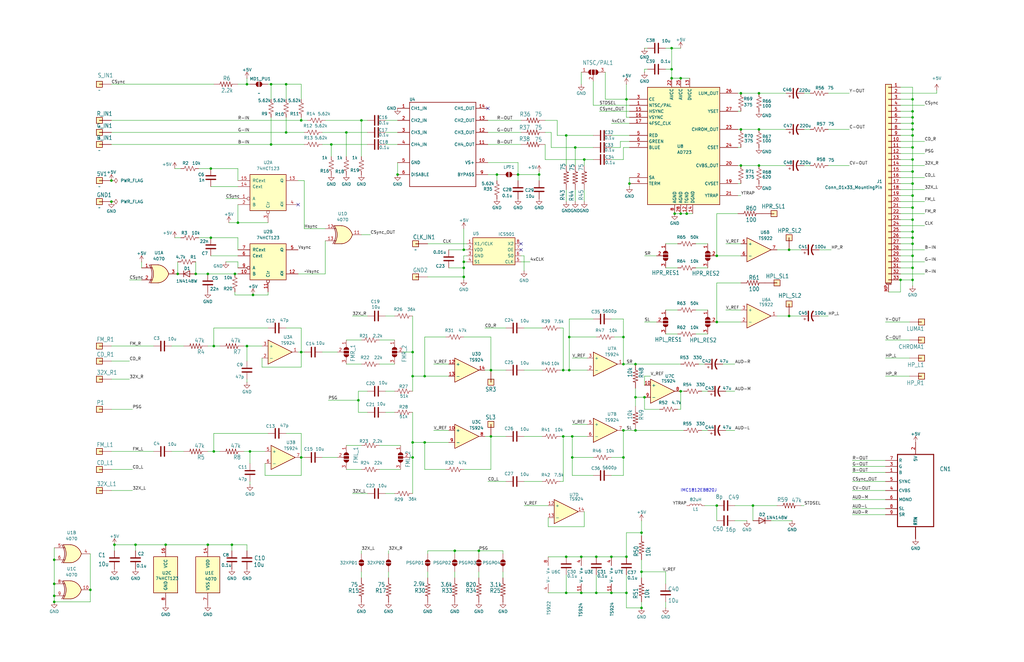
<source format=kicad_sch>
(kicad_sch (version 20250114) (generator "eeschema") (generator_version "9.0")
  (paper "B")
  (title_block (title "MegaAV") (date "2025-07-08") (rev "VA1 BETA") (company "Developed By: RIP-Felix, RGBeter, Villahed94"))
  (text "IMC1812EB820J" (at 294.64 207.01 0) (effects (font (size 1.27 1.27))))
  (junction (at 264.16 234.95))
  (junction (at 270.51 224.79))
  (junction (at 88.9 100.33))
  (junction (at 267.97 167.64))
  (junction (at 384.81 82.55))
  (junction (at 195.58 110.49))
  (junction (at 227.33 73.66))
  (junction (at 262.89 153.67))
  (junction (at 173.99 158.75))
  (junction (at 384.81 52.07))
  (junction (at 238.76 57.15))
  (junction (at 127 50.8))
  (junction (at 384.81 92.71))
  (junction (at 120.65 55.88))
  (junction (at 284.48 90.17))
  (junction (at 264.16 250.19))
  (junction (at 104.14 146.05))
  (junction (at 384.81 97.79))
  (junction (at 384.81 67.31))
  (junction (at 287.02 165.1))
  (junction (at 246.38 67.31))
  (junction (at 237.49 156.21))
  (junction (at 191.77 232.41))
  (junction (at 106.68 124.46))
  (junction (at 69.85 229.87))
  (junction (at 302.26 135.89))
  (junction (at 257.81 250.19))
  (junction (at 312.42 39.37))
  (junction (at 90.17 190.5))
  (junction (at 384.81 100.33))
  (junction (at 312.42 69.85))
  (junction (at 267.97 181.61))
  (junction (at 74.93 115.57))
  (junction (at 302.26 213.36))
  (junction (at 251.46 234.95))
  (junction (at 384.81 72.39))
  (junction (at 242.57 62.23))
  (junction (at 270.51 256.54))
  (junction (at 257.81 234.95))
  (junction (at 384.81 113.03))
  (junction (at 264.16 41.91))
  (junction (at 127 148.59))
  (junction (at 320.04 54.61))
  (junction (at 262.89 181.61))
  (junction (at 283.21 33.02))
  (junction (at 105.41 190.5))
  (junction (at 262.89 142.24))
  (junction (at 332.74 133.35))
  (junction (at 22.86 236.22))
  (junction (at 22.86 246.38))
  (junction (at 271.78 167.64))
  (junction (at 384.81 102.87))
  (junction (at 384.81 77.47))
  (junction (at 195.58 116.84))
  (junction (at 287.02 90.17))
  (junction (at 287.02 33.02))
  (junction (at 262.89 193.04))
  (junction (at 379.73 118.11))
  (junction (at 384.81 49.53))
  (junction (at 237.49 184.15))
  (junction (at 46.99 85.09))
  (junction (at 245.11 234.95))
  (junction (at 384.81 54.61))
  (junction (at 179.07 186.69))
  (junction (at 87.63 229.87))
  (junction (at 104.14 35.56))
  (junction (at 97.79 229.87))
  (junction (at 120.65 35.56))
  (junction (at 195.58 113.03))
  (junction (at 283.21 29.21))
  (junction (at 320.04 69.85))
  (junction (at 127 193.04))
  (junction (at 82.55 115.57))
  (junction (at 22.86 251.46))
  (junction (at 312.42 54.61))
  (junction (at 384.81 107.95))
  (junction (at 173.99 193.04))
  (junction (at 195.58 105.41))
  (junction (at 146.05 55.88))
  (junction (at 245.11 250.19))
  (junction (at 167.64 73.66))
  (junction (at 209.55 73.66))
  (junction (at 22.86 254))
  (junction (at 265.43 77.47))
  (junction (at 251.46 250.19))
  (junction (at 88.9 71.12))
  (junction (at 241.3 184.15))
  (junction (at 238.76 250.19))
  (junction (at 90.17 146.05))
  (junction (at 152.4 50.8))
  (junction (at 114.3 60.96))
  (junction (at 384.81 118.11))
  (junction (at 179.07 158.75))
  (junction (at 218.44 73.66))
  (junction (at 317.5 213.36))
  (junction (at 173.99 186.69))
  (junction (at 384.81 41.91))
  (junction (at 87.63 115.57))
  (junction (at 332.74 105.41))
  (junction (at 270.51 241.3))
  (junction (at 384.81 62.23))
  (junction (at 238.76 234.95))
  (junction (at 100.33 93.98))
  (junction (at 48.26 229.87))
  (junction (at 173.99 148.59))
  (junction (at 384.81 46.99))
  (junction (at 283.21 20.32))
  (junction (at 240.03 142.24))
  (junction (at 46.99 76.2))
  (junction (at 151.13 168.91))
  (junction (at 57.15 229.87))
  (junction (at 207.01 156.21))
  (junction (at 38.1 248.92))
  (junction (at 384.81 57.15))
  (junction (at 201.93 232.41))
  (junction (at 240.03 156.21))
  (junction (at 114.3 35.56))
  (junction (at 241.3 193.04))
  (junction (at 289.56 90.17))
  (junction (at 320.04 39.37))
  (junction (at 139.7 60.96))
  (junction (at 99.06 115.57))
  (junction (at 267.97 153.67))
  (junction (at 207.01 184.15))
  (junction (at 384.81 87.63))
  (junction (at 302.26 107.95))
  (no_connect (at 219.71 105.41))
  (no_connect (at 205.74 45.72))
  (no_connect (at 219.71 102.87))
  (no_connect (at 125.73 86.36))
  (wire (pts (xy 373.38 143.51) (xy 383.54 143.51)))
  (wire (pts (xy 283.21 20.32) (xy 283.21 29.21)))
  (wire (pts (xy 261.62 62.23) (xy 257.81 62.23)))
  (wire (pts (xy 201.93 232.41) (xy 212.09 232.41)))
  (wire (pts (xy 265.43 44.45) (xy 250.19 44.45)))
  (wire (pts (xy 280.67 113.03) (xy 285.75 113.03)))
  (wire (pts (xy 287.02 33.02) (xy 290.83 33.02)))
  (wire (pts (xy 207.01 142.24) (xy 207.01 156.21)))
  (wire (pts (xy 270.51 224.79) (xy 270.51 226.06)))
  (wire (pts (xy 160.02 198.12) (xy 168.91 198.12)))
  (wire (pts (xy 104.14 160.02) (xy 104.14 161.29)))
  (wire (pts (xy 205.74 60.96) (xy 219.71 60.96)))
  (wire (pts (xy 379.73 87.63) (xy 384.81 87.63)))
  (wire (pts (xy 195.58 105.41) (xy 195.58 96.52)))
  (wire (pts (xy 379.73 39.37) (xy 394.97 39.37)))
  (wire (pts (xy 379.73 64.77) (xy 389.89 64.77)))
  (wire (pts (xy 152.4 99.06) (xy 156.21 99.06)))
  (wire (pts (xy 270.51 219.71) (xy 270.51 224.79)))
  (wire (pts (xy 207.01 184.15) (xy 213.36 184.15)))
  (wire (pts (xy 242.57 80.01) (xy 242.57 85.09)))
  (wire (pts (xy 384.81 52.07) (xy 384.81 49.53)))
  (wire (pts (xy 195.58 110.49) (xy 195.58 113.03)))
  (wire (pts (xy 246.38 85.09) (xy 246.38 80.01)))
  (wire (pts (xy 311.15 46.99) (xy 312.42 46.99)))
  (wire (pts (xy 317.5 213.36) (xy 309.88 213.36)))
  (wire (pts (xy 72.39 190.5) (xy 77.47 190.5)))
  (wire (pts (xy 373.38 151.13) (xy 383.54 151.13)))
  (wire (pts (xy 152.4 50.8) (xy 152.4 66.04)))
  (wire (pts (xy 306.07 181.61) (xy 309.88 181.61)))
  (wire (pts (xy 151.13 165.1) (xy 151.13 168.91)))
  (wire (pts (xy 311.15 82.55) (xy 312.42 82.55)))
  (wire (pts (xy 267.97 153.67) (xy 287.02 153.67)))
  (wire (pts (xy 179.07 186.69) (xy 189.23 186.69)))
  (wire (pts (xy 209.55 73.66) (xy 210.82 73.66)))
  (wire (pts (xy 267.97 167.64) (xy 271.78 167.64)))
  (wire (pts (xy 204.47 184.15) (xy 207.01 184.15)))
  (wire (pts (xy 262.89 153.67) (xy 267.97 153.67)))
  (wire (pts (xy 231.14 222.25) (xy 246.38 222.25)))
  (wire (pts (xy 255.27 41.91) (xy 264.16 41.91)))
  (wire (pts (xy 179.07 198.12) (xy 179.07 186.69)))
  (wire (pts (xy 245.11 234.95) (xy 251.46 234.95)))
  (wire (pts (xy 205.74 50.8) (xy 219.71 50.8)))
  (wire (pts (xy 280.67 246.38) (xy 280.67 241.3)))
  (wire (pts (xy 349.25 54.61) (xy 358.14 54.61)))
  (wire (pts (xy 379.73 44.45) (xy 389.89 44.45)))
  (wire (pts (xy 320.04 54.61) (xy 331.47 54.61)))
  (wire (pts (xy 114.3 35.56) (xy 120.65 35.56)))
  (wire (pts (xy 162.56 55.88) (xy 167.64 55.88)))
  (wire (pts (xy 240.03 134.62) (xy 240.03 142.24)))
  (wire (pts (xy 207.01 198.12) (xy 207.01 184.15)))
  (wire (pts (xy 283.21 29.21) (xy 283.21 33.02)))
  (wire (pts (xy 234.95 50.8) (xy 234.95 57.15)))
  (wire (pts (xy 127 41.91) (xy 127 35.56)))
  (wire (pts (xy 262.89 134.62) (xy 262.89 142.24)))
  (wire (pts (xy 180.34 102.87) (xy 196.85 102.87)))
  (wire (pts (xy 218.44 68.58) (xy 218.44 73.66)))
  (wire (pts (xy 262.89 193.04) (xy 262.89 181.61)))
  (wire (pts (xy 173.99 133.35) (xy 173.99 148.59)))
  (wire (pts (xy 105.41 190.5) (xy 105.41 195.58)))
  (wire (pts (xy 262.89 181.61) (xy 267.97 181.61)))
  (wire (pts (xy 74.93 115.57) (xy 74.93 110.49)))
  (wire (pts (xy 73.66 71.12) (xy 76.2 71.12)))
  (wire (pts (xy 191.77 241.3) (xy 191.77 243.84)))
  (wire (pts (xy 287.02 20.32) (xy 283.21 20.32)))
  (wire (pts (xy 271.78 107.95) (xy 276.86 107.95)))
  (wire (pts (xy 152.4 232.41) (xy 152.4 233.68)))
  (wire (pts (xy 173.99 186.69) (xy 173.99 193.04)))
  (wire (pts (xy 195.58 116.84) (xy 195.58 118.11)))
  (wire (pts (xy 173.99 186.69) (xy 179.07 186.69)))
  (wire (pts (xy 379.73 62.23) (xy 384.81 62.23)))
  (wire (pts (xy 273.05 20.32) (xy 271.78 20.32)))
  (wire (pts (xy 146.05 198.12) (xy 152.4 198.12)))
  (wire (pts (xy 220.98 107.95) (xy 220.98 114.3)))
  (wire (pts (xy 379.73 74.93) (xy 389.89 74.93)))
  (wire (pts (xy 212.09 232.41) (xy 212.09 233.68)))
  (wire (pts (xy 105.41 190.5) (xy 111.76 190.5)))
  (wire (pts (xy 234.95 57.15) (xy 238.76 57.15)))
  (wire (pts (xy 120.65 49.53) (xy 120.65 55.88)))
  (wire (pts (xy 332.74 133.35) (xy 337.82 133.35)))
  (wire (pts (xy 379.73 113.03) (xy 384.81 113.03)))
  (wire (pts (xy 113.03 124.46) (xy 113.03 123.19)))
  (wire (pts (xy 220.98 213.36) (xy 231.14 213.36)))
  (wire (pts (xy 251.46 250.19) (xy 257.81 250.19)))
  (wire (pts (xy 128.27 96.52) (xy 137.16 96.52)))
  (wire (pts (xy 379.73 80.01) (xy 389.89 80.01)))
  (wire (pts (xy 220.98 138.43) (xy 228.6 138.43)))
  (wire (pts (xy 359.41 196.85) (xy 373.38 196.85)))
  (wire (pts (xy 83.82 100.33) (xy 88.9 100.33)))
  (wire (pts (xy 125.73 148.59) (xy 127 148.59)))
  (wire (pts (xy 146.05 55.88) (xy 154.94 55.88)))
  (wire (pts (xy 373.38 158.75) (xy 383.54 158.75)))
  (wire (pts (xy 99.06 115.57) (xy 100.33 115.57)))
  (wire (pts (xy 394.97 39.37) (xy 394.97 38.1)))
  (wire (pts (xy 349.25 69.85) (xy 358.14 69.85)))
  (wire (pts (xy 88.9 100.33) (xy 100.33 100.33)))
  (wire (pts (xy 120.65 55.88) (xy 128.27 55.88)))
  (wire (pts (xy 271.78 29.21) (xy 271.78 30.48)))
  (wire (pts (xy 238.76 85.09) (xy 238.76 80.01)))
  (wire (pts (xy 120.65 35.56) (xy 127 35.56)))
  (wire (pts (xy 154.94 165.1) (xy 151.13 165.1)))
  (wire (pts (xy 104.14 232.41) (xy 104.14 229.87)))
  (wire (pts (xy 384.81 54.61) (xy 384.81 52.07)))
  (wire (pts (xy 289.56 90.17) (xy 292.1 90.17)))
  (wire (pts (xy 59.69 110.49) (xy 59.69 113.03)))
  (wire (pts (xy 373.38 135.89) (xy 383.54 135.89)))
  (wire (pts (xy 379.73 105.41) (xy 389.89 105.41)))
  (wire (pts (xy 264.16 234.95) (xy 264.16 224.79)))
  (wire (pts (xy 349.25 39.37) (xy 358.14 39.37)))
  (wire (pts (xy 87.63 146.05) (xy 90.17 146.05)))
  (wire (pts (xy 379.73 118.11) (xy 379.73 123.19)))
  (wire (pts (xy 306.07 130.81) (xy 312.42 130.81)))
  (wire (pts (xy 100.33 100.33) (xy 100.33 105.41)))
  (wire (pts (xy 257.81 52.07) (xy 265.43 52.07)))
  (wire (pts (xy 135.89 148.59) (xy 142.24 148.59)))
  (wire (pts (xy 22.86 246.38) (xy 22.86 251.46)))
  (wire (pts (xy 280.67 102.87) (xy 285.75 102.87)))
  (wire (pts (xy 191.77 232.41) (xy 191.77 233.68)))
  (wire (pts (xy 261.62 62.23) (xy 261.62 59.69)))
  (wire (pts (xy 173.99 173.99) (xy 173.99 186.69)))
  (wire (pts (xy 237.49 184.15) (xy 241.3 184.15)))
  (wire (pts (xy 311.15 54.61) (xy 312.42 54.61)))
  (wire (pts (xy 127 200.66) (xy 127 193.04)))
  (wire (pts (xy 212.09 241.3) (xy 212.09 243.84)))
  (wire (pts (xy 261.62 59.69) (xy 265.43 59.69)))
  (wire (pts (xy 148.59 133.35) (xy 154.94 133.35)))
  (wire (pts (xy 339.09 39.37) (xy 341.63 39.37)))
  (wire (pts (xy 209.55 76.2) (xy 209.55 73.66)))
  (wire (pts (xy 265.43 74.93) (xy 265.43 77.47)))
  (wire (pts (xy 182.88 181.61) (xy 189.23 181.61)))
  (wire (pts (xy 135.89 193.04) (xy 142.24 193.04)))
  (wire (pts (xy 207.01 156.21) (xy 213.36 156.21)))
  (wire (pts (xy 384.81 120.65) (xy 384.81 118.11)))
  (wire (pts (xy 162.56 165.1) (xy 166.37 165.1)))
  (wire (pts (xy 180.34 241.3) (xy 180.34 243.84)))
  (wire (pts (xy 309.88 219.71) (xy 314.96 219.71)))
  (wire (pts (xy 127 138.43) (xy 127 148.59)))
  (wire (pts (xy 379.73 90.17) (xy 389.89 90.17)))
  (wire (pts (xy 139.7 60.96) (xy 154.94 60.96)))
  (wire (pts (xy 284.48 90.17) (xy 287.02 90.17)))
  (wire (pts (xy 238.76 57.15) (xy 250.19 57.15)))
  (wire (pts (xy 379.73 52.07) (xy 384.81 52.07)))
  (wire (pts (xy 306.07 165.1) (xy 309.88 165.1)))
  (wire (pts (xy 196.85 107.95) (xy 195.58 107.95)))
  (wire (pts (xy 201.93 232.41) (xy 201.93 233.68)))
  (wire (pts (xy 205.74 73.66) (xy 209.55 73.66)))
  (wire (pts (xy 384.81 118.11) (xy 384.81 113.03)))
  (wire (pts (xy 237.49 138.43) (xy 236.22 138.43)))
  (wire (pts (xy 22.86 251.46) (xy 22.86 254)))
  (wire (pts (xy 265.43 49.53) (xy 264.16 49.53)))
  (wire (pts (xy 312.42 39.37) (xy 320.04 39.37)))
  (wire (pts (xy 384.81 67.31) (xy 384.81 62.23)))
  (wire (pts (xy 359.41 214.63) (xy 373.38 214.63)))
  (wire (pts (xy 100.33 110.49) (xy 95.25 110.49)))
  (wire (pts (xy 337.82 213.36) (xy 339.09 213.36)))
  (wire (pts (xy 96.52 93.98) (xy 100.33 93.98)))
  (wire (pts (xy 180.34 116.84) (xy 195.58 116.84)))
  (wire (pts (xy 170.18 148.59) (xy 173.99 148.59)))
  (wire (pts (xy 379.73 59.69) (xy 389.89 59.69)))
  (wire (pts (xy 379.73 49.53) (xy 384.81 49.53)))
  (wire (pts (xy 384.81 41.91) (xy 384.81 36.83)))
  (wire (pts (xy 384.81 57.15) (xy 384.81 54.61)))
  (wire (pts (xy 105.41 203.2) (xy 105.41 204.47)))
  (wire (pts (xy 379.73 72.39) (xy 384.81 72.39)))
  (wire (pts (xy 220.98 184.15) (xy 228.6 184.15)))
  (wire (pts (xy 238.76 242.57) (xy 238.76 250.19)))
  (wire (pts (xy 229.87 67.31) (xy 246.38 67.31)))
  (wire (pts (xy 247.65 184.15) (xy 241.3 184.15)))
  (wire (pts (xy 241.3 151.13) (xy 247.65 151.13)))
  (wire (pts (xy 379.73 77.47) (xy 384.81 77.47)))
  (wire (pts (xy 138.43 168.91) (xy 151.13 168.91)))
  (wire (pts (xy 379.73 107.95) (xy 384.81 107.95)))
  (wire (pts (xy 69.85 229.87) (xy 87.63 229.87)))
  (wire (pts (xy 148.59 208.28) (xy 154.94 208.28)))
  (wire (pts (xy 246.38 67.31) (xy 250.19 67.31)))
  (wire (pts (xy 262.89 142.24) (xy 262.89 153.67)))
  (wire (pts (xy 295.91 165.1) (xy 298.45 165.1)))
  (wire (pts (xy 264.16 256.54) (xy 270.51 256.54)))
  (wire (pts (xy 229.87 60.96) (xy 229.87 67.31)))
  (wire (pts (xy 255.27 30.48) (xy 255.27 41.91)))
  (wire (pts (xy 46.99 198.12) (xy 55.88 198.12)))
  (wire (pts (xy 100.33 86.36) (xy 100.33 93.98)))
  (wire (pts (xy 238.76 57.15) (xy 238.76 69.85)))
  (wire (pts (xy 160.02 153.67) (xy 166.37 153.67)))
  (wire (pts (xy 293.37 102.87) (xy 298.45 102.87)))
  (wire (pts (xy 345.44 133.35) (xy 349.25 133.35)))
  (wire (pts (xy 179.07 142.24) (xy 179.07 158.75)))
  (wire (pts (xy 264.16 49.53) (xy 264.16 41.91)))
  (wire (pts (xy 251.46 234.95) (xy 257.81 234.95)))
  (wire (pts (xy 257.81 193.04) (xy 262.89 193.04)))
  (wire (pts (xy 82.55 115.57) (xy 87.63 115.57)))
  (wire (pts (xy 384.81 72.39) (xy 384.81 67.31)))
  (wire (pts (xy 160.02 143.51) (xy 166.37 143.51)))
  (wire (pts (xy 379.73 115.57) (xy 389.89 115.57)))
  (wire (pts (xy 48.26 229.87) (xy 57.15 229.87)))
  (wire (pts (xy 127 148.59) (xy 127 154.94)))
  (wire (pts (xy 242.57 62.23) (xy 242.57 69.85)))
  (wire (pts (xy 302.26 119.38) (xy 302.26 135.89)))
  (wire (pts (xy 242.57 62.23) (xy 250.19 62.23)))
  (wire (pts (xy 250.19 44.45) (xy 250.19 34.29)))
  (wire (pts (xy 327.66 133.35) (xy 332.74 133.35)))
  (wire (pts (xy 267.97 167.64) (xy 267.97 171.45)))
  (wire (pts (xy 220.98 203.2) (xy 228.6 203.2)))
  (wire (pts (xy 38.1 248.92) (xy 38.1 254)))
  (wire (pts (xy 273.05 29.21) (xy 271.78 29.21)))
  (wire (pts (xy 278.13 172.72) (xy 271.78 172.72)))
  (wire (pts (xy 257.81 250.19) (xy 264.16 250.19)))
  (wire (pts (xy 163.83 232.41) (xy 163.83 233.68)))
  (wire (pts (xy 384.81 113.03) (xy 384.81 107.95)))
  (wire (pts (xy 128.27 76.2) (xy 128.27 96.52)))
  (wire (pts (xy 271.78 158.75) (xy 271.78 162.56)))
  (wire (pts (xy 231.14 218.44) (xy 231.14 222.25)))
  (wire (pts (xy 22.86 231.14) (xy 22.86 236.22)))
  (wire (pts (xy 312.42 119.38) (xy 302.26 119.38)))
  (wire (pts (xy 241.3 193.04) (xy 241.3 184.15)))
  (wire (pts (xy 293.37 130.81) (xy 298.45 130.81)))
  (wire (pts (xy 250.19 200.66) (xy 241.3 200.66)))
  (wire (pts (xy 162.56 133.35) (xy 166.37 133.35)))
  (wire (pts (xy 250.19 134.62) (xy 240.03 134.62)))
  (wire (pts (xy 46.99 35.56) (xy 90.17 35.56)))
  (wire (pts (xy 293.37 140.97) (xy 298.45 140.97)))
  (wire (pts (xy 374.65 123.19) (xy 379.73 123.19)))
  (wire (pts (xy 262.89 62.23) (xy 265.43 62.23)))
  (wire (pts (xy 127 50.8) (xy 129.54 50.8)))
  (wire (pts (xy 384.81 92.71) (xy 384.81 97.79)))
  (wire (pts (xy 379.73 85.09) (xy 389.89 85.09)))
  (wire (pts (xy 379.73 95.25) (xy 389.89 95.25)))
  (wire (pts (xy 317.5 219.71) (xy 317.5 213.36)))
  (wire (pts (xy 241.3 179.07) (xy 247.65 179.07)))
  (wire (pts (xy 311.15 77.47) (xy 312.42 77.47)))
  (wire (pts (xy 304.8 153.67) (xy 309.88 153.67)))
  (wire (pts (xy 218.44 76.2) (xy 218.44 73.66)))
  (wire (pts (xy 237.49 184.15) (xy 237.49 203.2)))
  (wire (pts (xy 90.17 146.05) (xy 92.71 146.05)))
  (wire (pts (xy 173.99 193.04) (xy 173.99 208.28)))
  (wire (pts (xy 227.33 76.2) (xy 227.33 73.66)))
  (wire (pts (xy 240.03 142.24) (xy 251.46 142.24)))
  (wire (pts (xy 46.99 60.96) (xy 114.3 60.96)))
  (wire (pts (xy 379.73 118.11) (xy 384.81 118.11)))
  (wire (pts (xy 231.14 234.95) (xy 238.76 234.95)))
  (wire (pts (xy 104.14 229.87) (xy 97.79 229.87)))
  (wire (pts (xy 172.72 193.04) (xy 173.99 193.04)))
  (wire (pts (xy 173.99 158.75) (xy 173.99 165.1)))
  (wire (pts (xy 251.46 242.57) (xy 251.46 250.19)))
  (wire (pts (xy 237.49 203.2) (xy 236.22 203.2)))
  (wire (pts (xy 312.42 69.85) (xy 320.04 69.85)))
  (wire (pts (xy 267.97 163.83) (xy 267.97 167.64)))
  (wire (pts (xy 384.81 107.95) (xy 384.81 102.87)))
  (wire (pts (xy 232.41 55.88) (xy 232.41 62.23)))
  (wire (pts (xy 379.73 67.31) (xy 384.81 67.31)))
  (wire (pts (xy 127 193.04) (xy 128.27 193.04)))
  (wire (pts (xy 162.56 208.28) (xy 166.37 208.28)))
  (wire (pts (xy 246.38 222.25) (xy 246.38 215.9)))
  (wire (pts (xy 146.05 153.67) (xy 152.4 153.67)))
  (wire (pts (xy 83.82 71.12) (xy 88.9 71.12)))
  (wire (pts (xy 120.65 41.91) (xy 120.65 35.56)))
  (wire (pts (xy 146.05 55.88) (xy 146.05 66.04)))
  (wire (pts (xy 151.13 168.91) (xy 151.13 173.99)))
  (wire (pts (xy 125.73 76.2) (xy 128.27 76.2)))
  (wire (pts (xy 250.19 193.04) (xy 241.3 193.04)))
  (wire (pts (xy 379.73 97.79) (xy 384.81 97.79)))
  (wire (pts (xy 325.12 219.71) (xy 334.01 219.71)))
  (wire (pts (xy 162.56 50.8) (xy 167.64 50.8)))
  (wire (pts (xy 379.73 57.15) (xy 384.81 57.15)))
  (wire (pts (xy 95.25 83.82) (xy 100.33 83.82)))
  (wire (pts (xy 46.99 152.4) (xy 54.61 152.4)))
  (wire (pts (xy 237.49 156.21) (xy 240.03 156.21)))
  (wire (pts (xy 102.87 190.5) (xy 105.41 190.5)))
  (wire (pts (xy 114.3 35.56) (xy 113.03 35.56)))
  (wire (pts (xy 162.56 60.96) (xy 167.64 60.96)))
  (wire (pts (xy 195.58 113.03) (xy 195.58 116.84)))
  (wire (pts (xy 179.07 158.75) (xy 189.23 158.75)))
  (wire (pts (xy 219.71 110.49) (xy 223.52 110.49)))
  (wire (pts (xy 90.17 182.88) (xy 113.03 182.88)))
  (wire (pts (xy 264.16 250.19) (xy 264.16 256.54)))
  (wire (pts (xy 280.67 256.54) (xy 280.67 254)))
  (wire (pts (xy 195.58 142.24) (xy 207.01 142.24)))
  (wire (pts (xy 283.21 33.02) (xy 287.02 33.02)))
  (wire (pts (xy 265.43 41.91) (xy 264.16 41.91)))
  (wire (pts (xy 38.1 254) (xy 22.86 254)))
  (wire (pts (xy 135.89 60.96) (xy 139.7 60.96)))
  (wire (pts (xy 72.39 146.05) (xy 77.47 146.05)))
  (wire (pts (xy 195.58 110.49) (xy 196.85 110.49)))
  (wire (pts (xy 46.99 146.05) (xy 64.77 146.05)))
  (wire (pts (xy 280.67 130.81) (xy 285.75 130.81)))
  (wire (pts (xy 285.75 172.72) (xy 287.02 172.72)))
  (wire (pts (xy 311.15 62.23) (xy 312.42 62.23)))
  (wire (pts (xy 48.26 232.41) (xy 48.26 229.87)))
  (wire (pts (xy 287.02 172.72) (xy 287.02 165.1)))
  (wire (pts (xy 218.44 73.66) (xy 227.33 73.66)))
  (wire (pts (xy 327.66 105.41) (xy 332.74 105.41)))
  (wire (pts (xy 240.03 156.21) (xy 247.65 156.21)))
  (wire (pts (xy 241.3 193.04) (xy 241.3 200.66)))
  (wire (pts (xy 152.4 241.3) (xy 152.4 243.84)))
  (wire (pts (xy 87.63 190.5) (xy 90.17 190.5)))
  (wire (pts (xy 46.99 172.72) (xy 55.88 172.72)))
  (wire (pts (xy 125.73 115.57) (xy 137.16 115.57)))
  (wire (pts (xy 262.89 62.23) (xy 262.89 67.31)))
  (wire (pts (xy 111.76 200.66) (xy 127 200.66)))
  (wire (pts (xy 88.9 78.74) (xy 100.33 78.74)))
  (wire (pts (xy 90.17 190.5) (xy 92.71 190.5)))
  (wire (pts (xy 245.11 250.19) (xy 251.46 250.19)))
  (wire (pts (xy 87.63 229.87) (xy 97.79 229.87)))
  (wire (pts (xy 219.71 107.95) (xy 220.98 107.95)))
  (wire (pts (xy 135.89 55.88) (xy 146.05 55.88)))
  (wire (pts (xy 311.15 69.85) (xy 312.42 69.85)))
  (wire (pts (xy 127 182.88) (xy 127 193.04)))
  (wire (pts (xy 264.16 224.79) (xy 270.51 224.79)))
  (wire (pts (xy 120.65 182.88) (xy 127 182.88)))
  (wire (pts (xy 257.81 234.95) (xy 264.16 234.95)))
  (wire (pts (xy 137.16 115.57) (xy 137.16 101.6)))
  (wire (pts (xy 182.88 153.67) (xy 189.23 153.67)))
  (wire (pts (xy 160.02 187.96) (xy 168.91 187.96)))
  (wire (pts (xy 110.49 151.13) (xy 110.49 154.94)))
  (wire (pts (xy 167.64 68.58) (xy 167.64 73.66)))
  (wire (pts (xy 90.17 138.43) (xy 90.17 146.05)))
  (wire (pts (xy 195.58 107.95) (xy 195.58 110.49)))
  (wire (pts (xy 163.83 241.3) (xy 163.83 243.84)))
  (wire (pts (xy 280.67 241.3) (xy 270.51 241.3)))
  (wire (pts (xy 104.14 146.05) (xy 110.49 146.05)))
  (wire (pts (xy 379.73 69.85) (xy 389.89 69.85)))
  (wire (pts (xy 293.37 113.03) (xy 298.45 113.03)))
  (wire (pts (xy 257.81 200.66) (xy 262.89 200.66)))
  (wire (pts (xy 264.16 242.57) (xy 264.16 250.19)))
  (wire (pts (xy 359.41 194.31) (xy 373.38 194.31)))
  (wire (pts (xy 257.81 57.15) (xy 265.43 57.15)))
  (wire (pts (xy 137.16 50.8) (xy 152.4 50.8)))
  (wire (pts (xy 204.47 156.21) (xy 207.01 156.21)))
  (wire (pts (xy 379.73 92.71) (xy 384.81 92.71)))
  (wire (pts (xy 267.97 181.61) (xy 288.29 181.61)))
  (wire (pts (xy 146.05 187.96) (xy 152.4 187.96)))
  (wire (pts (xy 100.33 71.12) (xy 100.33 76.2)))
  (wire (pts (xy 271.78 167.64) (xy 271.78 172.72)))
  (wire (pts (xy 46.99 160.02) (xy 54.61 160.02)))
  (wire (pts (xy 312.42 54.61) (xy 320.04 54.61)))
  (wire (pts (xy 302.26 90.17) (xy 302.26 107.95)))
  (wire (pts (xy 180.34 232.41) (xy 180.34 233.68)))
  (wire (pts (xy 384.81 87.63) (xy 384.81 82.55)))
  (wire (pts (xy 384.81 49.53) (xy 384.81 46.99)))
  (wire (pts (xy 379.73 41.91) (xy 384.81 41.91)))
  (wire (pts (xy 236.22 156.21) (xy 237.49 156.21)))
  (wire (pts (xy 106.68 124.46) (xy 99.06 124.46)))
  (wire (pts (xy 379.73 54.61) (xy 384.81 54.61)))
  (wire (pts (xy 384.81 46.99) (xy 384.81 41.91)))
  (wire (pts (xy 384.81 100.33) (xy 384.81 97.79)))
  (wire (pts (xy 46.99 55.88) (xy 120.65 55.88)))
  (wire (pts (xy 114.3 49.53) (xy 114.3 60.96)))
  (wire (pts (xy 311.15 90.17) (xy 302.26 90.17)))
  (wire (pts (xy 189.23 105.41) (xy 195.58 105.41)))
  (wire (pts (xy 270.51 241.3) (xy 270.51 236.22)))
  (wire (pts (xy 320.04 39.37) (xy 331.47 39.37)))
  (wire (pts (xy 295.91 181.61) (xy 298.45 181.61)))
  (wire (pts (xy 317.5 213.36) (xy 327.66 213.36)))
  (wire (pts (xy 294.64 153.67) (xy 297.18 153.67)))
  (wire (pts (xy 384.81 77.47) (xy 384.81 72.39)))
  (wire (pts (xy 345.44 105.41) (xy 350.52 105.41)))
  (wire (pts (xy 302.26 107.95) (xy 312.42 107.95)))
  (wire (pts (xy 384.81 102.87) (xy 384.81 100.33)))
  (wire (pts (xy 264.16 41.91) (xy 264.16 35.56)))
  (wire (pts (xy 82.55 115.57) (xy 82.55 110.49)))
  (wire (pts (xy 237.49 138.43) (xy 237.49 156.21)))
  (wire (pts (xy 88.9 107.95) (xy 100.33 107.95)))
  (wire (pts (xy 227.33 72.39) (xy 227.33 73.66)))
  (wire (pts (xy 90.17 138.43) (xy 113.03 138.43)))
  (wire (pts (xy 384.81 82.55) (xy 384.81 77.47)))
  (wire (pts (xy 379.73 110.49) (xy 389.89 110.49)))
  (wire (pts (xy 359.41 199.39) (xy 373.38 199.39)))
  (wire (pts (xy 127 49.53) (xy 127 50.8)))
  (wire (pts (xy 359.41 210.82) (xy 373.38 210.82)))
  (wire (pts (xy 152.4 50.8) (xy 154.94 50.8)))
  (wire (pts (xy 88.9 71.12) (xy 100.33 71.12)))
  (wire (pts (xy 100.33 35.56) (xy 104.14 35.56)))
  (wire (pts (xy 120.65 138.43) (xy 127 138.43)))
  (wire (pts (xy 245.11 30.48) (xy 245.11 35.56)))
  (wire (pts (xy 379.73 100.33) (xy 384.81 100.33)))
  (wire (pts (xy 320.04 69.85) (xy 331.47 69.85)))
  (wire (pts (xy 146.05 143.51) (xy 152.4 143.51)))
  (wire (pts (xy 379.73 102.87) (xy 384.81 102.87)))
  (wire (pts (xy 100.33 93.98) (xy 113.03 93.98)))
  (wire (pts (xy 205.74 203.2) (xy 213.36 203.2)))
  (wire (pts (xy 311.15 39.37) (xy 312.42 39.37)))
  (wire (pts (xy 57.15 229.87) (xy 69.85 229.87)))
  (wire (pts (xy 114.3 60.96) (xy 128.27 60.96)))
  (wire (pts (xy 274.32 158.75) (xy 271.78 158.75)))
  (wire (pts (xy 191.77 232.41) (xy 201.93 232.41)))
  (wire (pts (xy 229.87 55.88) (xy 232.41 55.88)))
  (wire (pts (xy 240.03 142.24) (xy 240.03 156.21)))
  (wire (pts (xy 189.23 113.03) (xy 195.58 113.03)))
  (wire (pts (xy 111.76 195.58) (xy 111.76 200.66)))
  (wire (pts (xy 73.66 100.33) (xy 76.2 100.33)))
  (wire (pts (xy 271.78 135.89) (xy 276.86 135.89)))
  (wire (pts (xy 302.26 219.71) (xy 302.26 213.36)))
  (wire (pts (xy 87.63 115.57) (xy 99.06 115.57)))
  (wire (pts (xy 104.14 146.05) (xy 104.14 152.4)))
  (wire (pts (xy 288.29 165.1) (xy 287.02 165.1)))
  (wire (pts (xy 384.81 36.83) (xy 379.73 36.83)))
  (wire (pts (xy 283.21 20.32) (xy 280.67 20.32)))
  (wire (pts (xy 359.41 203.2) (xy 373.38 203.2)))
  (wire (pts (xy 257.81 134.62) (xy 262.89 134.62)))
  (wire (pts (xy 201.93 241.3) (xy 201.93 243.84)))
  (wire (pts (xy 259.08 142.24) (xy 262.89 142.24)))
  (wire (pts (xy 384.81 62.23) (xy 384.81 57.15)))
  (wire (pts (xy 332.74 105.41) (xy 337.82 105.41)))
  (wire (pts (xy 90.17 182.88) (xy 90.17 190.5)))
  (wire (pts (xy 100.33 110.49) (xy 100.33 113.03)))
  (wire (pts (xy 57.15 232.41) (xy 57.15 229.87)))
  (wire (pts (xy 114.3 41.91) (xy 114.3 35.56)))
  (wire (pts (xy 231.14 250.19) (xy 238.76 250.19)))
  (wire (pts (xy 270.51 243.84) (xy 270.51 241.3)))
  (wire (pts (xy 297.18 213.36) (xy 302.26 213.36)))
  (wire (pts (xy 205.74 68.58) (xy 218.44 68.58)))
  (wire (pts (xy 339.09 69.85) (xy 341.63 69.85)))
  (wire (pts (xy 54.61 118.11) (xy 59.69 118.11)))
  (wire (pts (xy 306.07 102.87) (xy 312.42 102.87)))
  (wire (pts (xy 257.81 67.31) (xy 262.89 67.31)))
  (wire (pts (xy 280.67 140.97) (xy 285.75 140.97)))
  (wire (pts (xy 379.73 82.55) (xy 384.81 82.55)))
  (wire (pts (xy 287.02 90.17) (xy 289.56 90.17)))
  (wire (pts (xy 359.41 207.01) (xy 373.38 207.01)))
  (wire (pts (xy 359.41 217.17) (xy 373.38 217.17)))
  (wire (pts (xy 180.34 232.41) (xy 191.77 232.41)))
  (wire (pts (xy 205.74 55.88) (xy 219.71 55.88)))
  (wire (pts (xy 162.56 173.99) (xy 166.37 173.99)))
  (wire (pts (xy 113.03 124.46) (xy 106.68 124.46)))
  (wire (pts (xy 102.87 146.05) (xy 104.14 146.05)))
  (wire (pts (xy 283.21 29.21) (xy 280.67 29.21)))
  (wire (pts (xy 46.99 190.5) (xy 64.77 190.5)))
  (wire (pts (xy 151.13 173.99) (xy 154.94 173.99)))
  (wire (pts (xy 187.96 142.24) (xy 179.07 142.24)))
  (wire (pts (xy 195.58 198.12) (xy 207.01 198.12)))
  (wire (pts (xy 104.14 33.02) (xy 104.14 35.56)))
  (wire (pts (xy 252.73 46.99) (xy 265.43 46.99)))
  (wire (pts (xy 220.98 156.21) (xy 228.6 156.21)))
  (wire (pts (xy 46.99 207.01) (xy 55.88 207.01)))
  (wire (pts (xy 22.86 246.38) (xy 22.86 236.22)))
  (wire (pts (xy 127 148.59) (xy 128.27 148.59)))
  (wire (pts (xy 110.49 154.94) (xy 127 154.94)))
  (wire (pts (xy 173.99 148.59) (xy 173.99 158.75)))
  (wire (pts (xy 97.79 232.41) (xy 97.79 229.87)))
  (wire (pts (xy 236.22 184.15) (xy 237.49 184.15)))
  (wire (pts (xy 204.47 138.43) (xy 213.36 138.43)))
  (wire (pts (xy 384.81 92.71) (xy 384.81 87.63)))
  (wire (pts (xy 38.1 248.92) (xy 38.1 233.68)))
  (wire (pts (xy 173.99 158.75) (xy 179.07 158.75)))
  (wire (pts (xy 270.51 256.54) (xy 270.51 254)))
  (wire (pts (xy 99.06 124.46) (xy 99.06 123.19)))
  (wire (pts (xy 196.85 105.41) (xy 195.58 105.41)))
  (wire (pts (xy 265.43 77.47) (xy 265.43 78.74)))
  (wire (pts (xy 104.14 35.56) (xy 105.41 35.56)))
  (wire (pts (xy 339.09 54.61) (xy 341.63 54.61)))
  (wire (pts (xy 246.38 69.85) (xy 246.38 67.31)))
  (wire (pts (xy 238.76 250.19) (xy 245.11 250.19)))
  (wire (pts (xy 232.41 62.23) (xy 242.57 62.23)))
  (wire (pts (xy 238.76 234.95) (xy 245.11 234.95)))
  (wire (pts (xy 302.26 135.89) (xy 312.42 135.89)))
  (wire (pts (xy 229.87 50.8) (xy 234.95 50.8)))
  (wire (pts (xy 139.7 60.96) (xy 139.7 66.04)))
  (wire (pts (xy 46.99 50.8) (xy 127 50.8)))
  (wire (pts (xy 187.96 198.12) (xy 179.07 198.12)))
  (wire (pts (xy 262.89 193.04) (xy 262.89 200.66)))
  (wire (pts (xy 379.73 46.99) (xy 384.81 46.99)))
  (label "STDSEL" (at 339.09 213.36 0))
  (label "32X_L" (at 389.89 80.01 0) (effects (font (size 1.2446 1.2446))))
  (label "Vsync" (at 125.73 105.41 0))
  (label "32X_R" (at 389.89 69.85 0) (effects (font (size 1.2446 1.2446))))
  (label "B-OUT" (at 359.41 199.39 0))
  (label "PSG" (at 55.88 172.72 0) (effects (font (size 1.2446 1.2446))))
  (label "PSG" (at 389.89 64.77 0) (effects (font (size 1.2446 1.2446))))
  (label "CSync_OUT" (at 359.41 203.2 0))
  (label "32X_L" (at 148.59 208.28 0) (effects (font (size 1.2446 1.2446))))
  (label "HP_R" (at 373.38 158.75 0) (effects (font (size 1.2446 1.2446))))
  (label "CSync" (at 46.99 35.56 0))
  (label "FM_R" (at 389.89 90.17 0) (effects (font (size 1.2446 1.2446))))
  (label "SL" (at 264.16 181.61 0) (effects (font (size 1.2446 1.2446))))
  (label "V_REF" (at 182.88 153.67 0) (effects (font (size 1.2446 1.2446))))
  (label "HP_R" (at 350.52 105.41 0) (effects (font (size 1.2446 1.2446))))
  (label "32X_R" (at 163.83 232.41 0) (effects (font (size 1.2446 1.2446))))
  (label "4xCLK" (at 257.81 52.07 0))
  (label "V_REF" (at 182.88 181.61 0) (effects (font (size 1.2446 1.2446))))
  (label "B-OUT" (at 209.55 60.96 0))
  (label "32X_R" (at 54.61 160.02 0) (effects (font (size 1.2446 1.2446))))
  (label "B-IN" (at 389.89 105.41 0) (effects (font (size 1.2446 1.2446))))
  (label "V_REF" (at 306.07 102.87 0) (effects (font (size 1.2446 1.2446))))
  (label "CD_L" (at 389.89 74.93 0) (effects (font (size 1.2446 1.2446))))
  (label "FM_L" (at 389.89 85.09 0) (effects (font (size 1.2446 1.2446))))
  (label "CV-OUT" (at 358.14 69.85 0))
  (label "HP_L" (at 373.38 151.13 0) (effects (font (size 1.2446 1.2446))))
  (label "Hsync" (at 128.27 96.52 0))
  (label "C-OUT" (at 373.38 143.51 0))
  (label "AUD-M" (at 359.41 210.82 0) (effects (font (size 1.2446 1.2446))))
  (label "AUD-R" (at 309.88 153.67 0) (effects (font (size 1.2446 1.2446))))
  (label "AUD-L" (at 309.88 181.61 0) (effects (font (size 1.2446 1.2446))))
  (label "YTRAP" (at 289.56 213.36 180))
  (label "CD_R" (at 204.47 138.43 0) (effects (font (size 1.2446 1.2446))))
  (label "R-OUT" (at 359.41 194.31 0))
  (label "V_REF" (at 274.32 158.75 0) (effects (font (size 1.2446 1.2446))))
  (label "PSG" (at 138.43 168.91 0) (effects (font (size 1.2446 1.2446))))
  (label "Y-OUT" (at 358.14 39.37 0))
  (label "B-IN" (at 100.33 60.96 0) (effects (font (size 1.2446 1.2446))))
  (label "G-OUT" (at 359.41 196.85 0))
  (label "~Vsync" (at 128.27 115.57 0))
  (label "AUD-M" (at 309.88 165.1 0) (effects (font (size 1.2446 1.2446))))
  (label "CD_R" (at 54.61 152.4 0) (effects (font (size 1.2446 1.2446))))
  (label "CSync_OUT" (at 156.21 99.06 0))
  (label "SR" (at 271.78 107.95 0) (effects (font (size 1.2446 1.2446))))
  (label "R-OUT" (at 209.55 50.8 0))
  (label "R-IN" (at 100.33 50.8 0) (effects (font (size 1.2446 1.2446))))
  (label "V_REF" (at 241.3 179.07 0) (effects (font (size 1.2446 1.2446))))
  (label "CSync_OUT" (at 252.73 46.99 0))
  (label "32X_L" (at 152.4 232.41 0) (effects (font (size 1.2446 1.2446))))
  (label "FM_R" (at 54.61 146.05 0) (effects (font (size 1.2446 1.2446))))
  (label "CSync" (at 389.89 44.45 0))
  (label "HP_L" (at 349.25 133.35 0) (effects (font (size 1.2446 1.2446))))
  (label "Y-OUT" (at 373.38 135.89 0))
  (label "32X_L" (at 55.88 207.01 0) (effects (font (size 1.2446 1.2446))))
  (label "CD_L" (at 55.88 198.12 0) (effects (font (size 1.2446 1.2446))))
  (label "CD_R" (at 389.89 59.69 0) (effects (font (size 1.2446 1.2446))))
  (label "AUD-R" (at 359.41 217.17 0) (effects (font (size 1.2446 1.2446))))
  (label "G-IN" (at 389.89 110.49 0) (effects (font (size 1.2446 1.2446))))
  (label "V_REF" (at 279.4 241.3 0) (effects (font (size 1.2446 1.2446))))
  (label "CV-OUT" (at 359.41 207.01 0))
  (label "CSync" (at 54.61 118.11 0))
  (label "AUD-L" (at 359.41 214.63 0) (effects (font (size 1.2446 1.2446))))
  (label "STDSEL" (at 252.73 44.45 0))
  (label "R-IN" (at 389.89 115.57 0) (effects (font (size 1.2446 1.2446))))
  (label "G-OUT" (at 209.55 55.88 0))
  (label "V_REF" (at 220.98 213.36 0) (effects (font (size 1.2446 1.2446))))
  (label "C-OUT" (at 358.14 54.61 0))
  (label "32X_R" (at 148.59 133.35 0) (effects (font (size 1.2446 1.2446))))
  (label "4xCLK" (at 223.52 110.49 0))
  (label "SR" (at 264.16 153.67 0) (effects (font (size 1.2446 1.2446))))
  (label "CLK" (at 389.89 95.25 0) (effects (font (size 1.2446 1.2446))))
  (label "CSync" (at 95.25 83.82 0))
  (label "YTRAP" (at 312.42 82.55 0))
  (label "FM_L" (at 55.88 190.5 0) (effects (font (size 1.2446 1.2446))))
  (label "SL" (at 271.78 135.89 0) (effects (font (size 1.2446 1.2446))))
  (label "CD_L" (at 205.74 203.2 0) (effects (font (size 1.2446 1.2446))))
  (label "V_REF" (at 306.07 130.81 0) (effects (font (size 1.2446 1.2446))))
  (label "CLK" (at 186.69 102.87 0) (effects (font (size 1.2446 1.2446))))
  (label "PSG" (at 201.93 232.41 0) (effects (font (size 1.2446 1.2446))))
  (label "G-IN" (at 100.33 55.88 0) (effects (font (size 1.2446 1.2446))))
  (label "V_REF" (at 241.3 151.13 0) (effects (font (size 1.2446 1.2446))))
  (symbol (lib_id "My_Library:SMD_Conn_01x01") (at 41.91 85.09 0) (unit 1) (in_bom no)
    (property "Reference" "GND1" (at 40.767 83.2358 0) (effects (font (size 1.778 1.5113)) (justify left bottom)))
    (property "Value" "~" (at 41.91 87.63 0))
    (property "Footprint" "Connector_Wire:SolderWirePad_1x01_SMD_1x2mm" (effects (hide yes)))
  )
  (symbol (lib_id "Device:Opamp_Dual") (at 320.04 133.35 0) (unit 1)
    (property "Reference" "U6" (at 323.088 126.492 0))
    (property "Value" "TS922" (at 323.088 128.524 0))
    (property "Footprint" "Package_SO:TSSOP-8_4.4x3mm_P0.65mm" (effects (hide yes)))
    (property "Description" "Dual operational amplifier" (effects (hide yes)))
    (property "Sim.Library" "${KICAD7_SYMBOL_DIR}/Simulation_SPICE.sp" (effects (hide yes)))
    (property "Sim.Name" "kicad_builtin_opamp_dual" (effects (hide yes)))
    (property "Sim.Device" "SUBCKT" (effects (hide yes)))
    (property "Sim.Pins" "1=out1 2=in1- 3=in1+ 4=vee 5=in2+ 6=in2- 7=out2 8=vcc" (effects (hide yes)))
  )
  (symbol (lib_id "Device:C") (at 254 134.62 90) (unit 1)
    (property "Reference" "C35" (at 251.206 131.572 90))
    (property "Value" "5600p" (at 257.048 131.318 90))
    (property "Footprint" "Capacitor_SMD:C_0402_1005Metric" (effects (hide yes)))
    (property "Description" "Unpolarized capacitor" (effects (hide yes)))
  )
  (symbol (lib_id "Device:C") (at 104.14 236.22 0) (unit 1)
    (property "Reference" "C10" (at 107.188 236.474 0) (effects (font (size 1.778 1.5113)) (justify left bottom)))
    (property "Value" "10u" (at 106.934 239.268 0) (effects (font (size 1.778 1.5113)) (justify left bottom)))
    (property "Footprint" "Capacitor_SMD:C_0805_2012Metric" (effects (hide yes)))
  )
  (symbol (lib_id "power:+5V") (at 264.16 35.56 0) (unit 1)
    (property "Reference" "#PWR042" (effects (hide yes)))
    (property "Value" "+5V" (at 264.16 32.004 0))
    (property "Description" "Power symbol creates a global label with name \"+5V\"" (effects (hide yes)))
  )
  (symbol (lib_id "Device:C") (at 158.75 55.88 90) (unit 1)
    (property "Reference" "C17" (at 161.544 54.864 90))
    (property "Value" "0.1u" (at 161.798 56.896 90))
    (property "Footprint" "Capacitor_SMD:C_0402_1005Metric" (effects (hide yes)))
    (property "Description" "Unpolarized capacitor" (effects (hide yes)))
  )
  (symbol (lib_id "Device:C_Polarized_US") (at 300.99 153.67 90) (unit 1)
    (property "Reference" "C42" (at 297.942 152.4 90))
    (property "Value" "47u" (at 305.308 152.4 90))
    (property "Footprint" "Capacitor_Tantalum_SMD:CP_EIA-3528-15_AVX-H" (effects (hide yes)))
    (property "Description" "Polarized capacitor, US symbol" (effects (hide yes)))
  )
  (symbol (lib_id "power:+5V") (at 73.66 100.33 0) (unit 1)
    (property "Reference" "#PWR09" (effects (hide yes)))
    (property "Value" "+5V" (at 70.612 98.298 0))
    (property "Description" "Power symbol creates a global label with name \"+5V\"" (effects (hide yes)))
  )
  (symbol (lib_id "3bpV2A_RevC-eagle-import:R-US_R0603") (at 317.5 119.38 0) (unit 1)
    (property "Reference" "R61" (at 315.722 118.11 0) (effects (font (size 1.778 1.5113)) (justify left bottom)))
    (property "Value" "100" (at 315.722 122.936 0) (effects (font (size 1.778 1.5113)) (justify left bottom)))
    (property "Footprint" "Resistor_SMD:R_0402_1005Metric" (effects (hide yes)))
  )
  (symbol (lib_id "Device:R_US") (at 170.18 133.35 90) (unit 1)
    (property "Reference" "R26" (at 167.894 130.556 90))
    (property "Value" "36k" (at 173.482 130.556 90))
    (property "Footprint" "Resistor_SMD:R_0402_1005Metric" (effects (hide yes)))
    (property "Description" "Resistor, US symbol" (effects (hide yes)))
  )
  (symbol (lib_id "Device:C_Polarized_US") (at 302.26 181.61 90) (unit 1)
    (property "Reference" "C44" (at 299.212 180.34 90))
    (property "Value" "47u" (at 306.578 180.34 90))
    (property "Footprint" "Capacitor_Tantalum_SMD:CP_EIA-3528-15_AVX-H" (effects (hide yes)))
    (property "Description" "Polarized capacitor, US symbol" (effects (hide yes)))
  )
  (symbol (lib_id "3bpV2A_RevC-eagle-import:R-US_R0603") (at 270.51 231.14 90) (unit 1)
    (property "Reference" "R50" (at 269.24 234.95 0) (effects (font (size 1.778 1.5113)) (justify left bottom)))
    (property "Value" "10k" (at 274.32 234.95 0) (effects (font (size 1.778 1.5113)) (justify left bottom)))
    (property "Footprint" "Resistor_SMD:R_0402_1005Metric" (effects (hide yes)))
  )
  (symbol (lib_id "Device:C") (at 238.76 238.76 0) (unit 1)
    (property "Reference" "C30" (at 241.046 241.3 0))
    (property "Value" "0.1u" (at 241.3 243.078 0))
    (property "Footprint" "Capacitor_SMD:C_0402_1005Metric" (effects (hide yes)))
    (property "Description" "Unpolarized capacitor" (effects (hide yes)))
  )
  (symbol (lib_id "Device:C_Polarized_US") (at 341.63 133.35 90) (unit 1)
    (property "Reference" "C45" (at 338.582 132.08 90))
    (property "Value" "100u" (at 345.948 132.08 90))
    (property "Footprint" "Capacitor_Tantalum_SMD:CP_EIA-3528-15_AVX-H" (effects (hide yes)))
    (property "Description" "Polarized capacitor, US symbol" (effects (hide yes)))
  )
  (symbol (lib_id "3bpV2A_RevC-eagle-import:R-US_R0603") (at 97.79 146.05 180) (unit 1)
    (property "Reference" "R7" (at 101.6 147.5486 0) (effects (font (size 1.778 1.5113)) (justify left bottom)))
    (property "Value" "47k" (at 101.6 142.748 0) (effects (font (size 1.778 1.5113)) (justify left bottom)))
    (property "Footprint" "Resistor_SMD:R_0402_1005Metric" (effects (hide yes)))
  )
  (symbol (lib_id "3bpV2A_RevC-eagle-import:R-US_R0603") (at 224.79 60.96 180) (unit 1)
    (property "Reference" "R38" (at 223.52 57.658 0) (effects (font (size 1.778 1.5113)) (justify left bottom)))
    (property "Value" "75" (at 228.6 57.912 0) (effects (font (size 1.778 1.5113)) (justify left bottom)))
    (property "Footprint" "Resistor_SMD:R_0402_1005Metric" (effects (hide yes)))
  )
  (symbol (lib_id "Device:C") (at 218.44 80.01 0) (unit 1)
    (property "Reference" "C28" (at 213.868 80.01 0))
    (property "Value" "0.1u" (at 213.868 82.55 0))
    (property "Footprint" "Capacitor_SMD:C_0402_1005Metric" (effects (hide yes)))
    (property "Description" "Unpolarized capacitor" (effects (hide yes)))
  )
  (symbol (lib_id "Jumper:SolderJumper_3_Open") (at 146.05 148.59 270) (unit 1)
    (property "Reference" "FMR_1" (at 147.828 145.288 0) (effects (font (size 1.778 1.5113)) (justify left bottom)))
    (property "Value" "SolderJumper_3_Open" (effects (hide yes)))
    (property "Footprint" "Jumper:SolderJumper-3_P1.3mm_Open_RoundedPad1.0x1.5mm" (effects (hide yes)))
  )
  (symbol (lib_id "3bpV2A_RevC-eagle-import:R-US_R0603") (at 224.79 50.8 180) (unit 1)
    (property "Reference" "R36" (at 223.774 47.244 0) (effects (font (size 1.778 1.5113)) (justify left bottom)))
    (property "Value" "75" (at 228.6 47.244 0) (effects (font (size 1.778 1.5113)) (justify left bottom)))
    (property "Footprint" "Resistor_SMD:R_0402_1005Metric" (effects (hide yes)))
  )
  (symbol (lib_id "3bpV2A_RevC-eagle-import:R-US_R0603") (at 246.38 74.93 270) (unit 1)
    (property "Reference" "R45" (at 244.094 80.01 0) (effects (font (size 1.778 1.5113)) (justify left bottom)))
    (property "Value" "75" (at 244.094 69.088 0) (effects (font (size 1.778 1.5113)) (justify left bottom)))
    (property "Footprint" "Resistor_SMD:R_0402_1005Metric" (effects (hide yes)))
  )
  (symbol (lib_id "Device:R_US") (at 146.05 69.85 180) (unit 1)
    (property "Reference" "R18" (at 143.256 72.39 0))
    (property "Value" "1k" (at 143.256 66.548 0))
    (property "Footprint" "Resistor_SMD:R_0402_1005Metric" (effects (hide yes)))
    (property "Description" "Resistor, US symbol" (effects (hide yes)))
  )
  (symbol (lib_id "power:+5V") (at 195.58 96.52 0) (unit 1)
    (property "Reference" "#PWR030" (effects (hide yes)))
    (property "Value" "+5V" (at 195.58 92.964 0))
    (property "Description" "Power symbol creates a global label with name \"+5V\"" (effects (hide yes)))
  )
  (symbol (lib_id "power:GND") (at 105.41 204.47 0) (unit 1)
    (property "Reference" "#PWR018" (effects (hide yes)))
    (property "Value" "GND" (at 105.41 208.534 0))
    (property "Description" "Power symbol creates a global label with name \"GND\" , ground" (effects (hide yes)))
  )
  (symbol (lib_id "Device:C") (at 104.14 156.21 0) (unit 1)
    (property "Reference" "C9" (at 101.092 153.924 0))
    (property "Value" "47p" (at 101.092 159.004 0))
    (property "Footprint" "Capacitor_SMD:C_0402_1005Metric" (effects (hide yes)))
    (property "Description" "Unpolarized capacitor" (effects (hide yes)))
  )
  (symbol (lib_id "power:GND") (at 320.04 77.47 0) (unit 1)
    (property "Reference" "#PWR052" (effects (hide yes)))
    (property "Value" "GND" (at 323.342 79.502 0))
    (property "Description" "Power symbol creates a global label with name \"GND\" , ground" (effects (hide yes)))
  )
  (symbol (lib_id "power:+5V") (at 96.52 93.98 0) (unit 1)
    (property "Reference" "#PWR013" (effects (hide yes)))
    (property "Value" "+5V" (at 96.52 90.424 0))
    (property "Description" "Power symbol creates a global label with name \"+5V\"" (effects (hide yes)))
  )
  (symbol (lib_id "Diode:1N4148W") (at 78.74 115.57 0) (unit 1)
    (property "Reference" "D1" (at 80.264 113.284 0) (effects (justify right)))
    (property "Value" "1N4148W" (at 83.312 118.618 0) (effects (justify right)))
    (property "Footprint" "Diode_SMD:D_SOD-123" (effects (hide yes)))
    (property "Datasheet" "https://www.vishay.com/docs/85748/1n4148w.pdf" (effects (hide yes)))
    (property "Description" "75V 0.15A Fast Switching Diode, SOD-123" (effects (hide yes)))
    (property "Sim.Device" "D" (effects (hide yes)))
    (property "Sim.Pins" "1=K 2=A" (effects (hide yes)))
  )
  (symbol (lib_id "Device:C") (at 116.84 138.43 90) (unit 1)
    (property "Reference" "C12" (at 114.046 135.382 90))
    (property "Value" "47p" (at 119.888 135.128 90))
    (property "Footprint" "Capacitor_SMD:C_0402_1005Metric" (effects (hide yes)))
    (property "Description" "Unpolarized capacitor" (effects (hide yes)))
  )
  (symbol (lib_id "Device:R_US") (at 156.21 143.51 90) (unit 1)
    (property "Reference" "R21" (at 153.416 141.732 90))
    (property "Value" "2.2k" (at 159.258 141.732 90))
    (property "Footprint" "Resistor_SMD:R_0402_1005Metric" (effects (hide yes)))
    (property "Description" "Resistor, US symbol" (effects (hide yes)))
  )
  (symbol (lib_id "3bpV2A_RevC-eagle-import:R-US_R0603") (at 267.97 176.53 270) (unit 1)
    (property "Reference" "R49" (at 269.4686 172.72 0) (effects (font (size 1.778 1.5113)) (justify left bottom)))
    (property "Value" "10k" (at 264.668 172.72 0) (effects (font (size 1.778 1.5113)) (justify left bottom)))
    (property "Footprint" "Resistor_SMD:R_0402_1005Metric" (effects (hide yes)))
  )
  (symbol (lib_id "3bpV2A_RevC-eagle-import:R-US_R0603") (at 212.09 248.92 270) (unit 1)
    (property "Reference" "R25" (at 206.502 250.19 90) (effects (font (size 1.778 1.5113)) (justify left bottom)))
    (property "Value" "3.1k" (at 206.4877 247.6768 90) (effects (font (size 1.778 1.5113)) (justify left bottom)))
    (property "Footprint" "Resistor_SMD:R_0402_1005Metric" (effects (hide yes)))
  )
  (symbol (lib_id "power:GND") (at 245.11 35.56 0) (unit 1)
    (property "Reference" "#PWR040" (effects (hide yes)))
    (property "Value" "GND" (at 245.11 39.37 0))
    (property "Description" "Power symbol creates a global label with name \"GND\" , ground" (effects (hide yes)))
  )
  (symbol (lib_id "Device:Opamp_Quad") (at 119.38 193.04 0) (unit 2)
    (property "Reference" "U3" (at 122.682 186.69 0))
    (property "Value" "TS924" (at 122.682 189.23 0))
    (property "Footprint" "Package_SO:TSSOP-14_4.4x5mm_P0.65mm" (effects (hide yes)))
    (property "Description" "Quad operational amplifier" (effects (hide yes)))
    (property "Sim.Library" "${KICAD7_SYMBOL_DIR}/Simulation_SPICE.sp" (effects (hide yes)))
    (property "Sim.Name" "kicad_builtin_opamp_quad" (effects (hide yes)))
    (property "Sim.Device" "SUBCKT" (effects (hide yes)))
    (property "Sim.Pins" "1=out1 2=in1- 3=in1+ 4=vcc 5=in2+ 6=in2- 7=out2 8=out3 9=in3- 10=in3+ 11=vee 12=in4+ 13=in4- 14=out4" (effects (hide yes)))
  )
  (symbol (lib_id "3bpV2A_RevC-eagle-import:R-US_R0603") (at 238.76 74.93 270) (unit 1)
    (property "Reference" "R43" (at 236.22 80.01 0) (effects (font (size 1.778 1.5113)) (justify left bottom)))
    (property "Value" "75" (at 236.474 68.834 0) (effects (font (size 1.778 1.5113)) (justify left bottom)))
    (property "Footprint" "Resistor_SMD:R_0402_1005Metric" (effects (hide yes)))
  )
  (symbol (lib_id "Device:R_US") (at 312.42 73.66 180) (unit 1)
    (property "Reference" "R71" (at 316.23 72.39 0))
    (property "Value" "375" (at 316.23 74.676 0))
    (property "Footprint" "Resistor_SMD:R_0402_1005Metric" (effects (hide yes)))
    (property "Description" "Resistor, US symbol" (effects (hide yes)))
  )
  (symbol (lib_id "My_Library:SMD_Conn_01x01") (at 41.91 160.02 0) (unit 1) (in_bom no)
    (property "Reference" "32X_R1" (at 40.767 158.1658 0) (effects (font (size 1.778 1.5113)) (justify left bottom)))
    (property "Value" "SMD_Conn_01x01" (effects (hide yes)))
    (property "Footprint" "Connector_Wire:SolderWirePad_1x01_SMD_1x2mm" (effects (hide yes)))
  )
  (symbol (lib_id "Device:C") (at 88.9 104.14 180) (unit 1)
    (property "Reference" "C7" (at 86.36 106.934 0))
    (property "Value" "22n" (at 86.106 101.854 0))
    (property "Footprint" "Capacitor_SMD:C_0402_1005Metric" (effects (hide yes)))
    (property "Description" "Unpolarized capacitor" (effects (hide yes)))
  )
  (symbol (lib_id "My_Library:SMD_Conn_01x01") (at 332.74 100.33 270) (unit 1) (in_bom no)
    (property "Reference" "HPR_SL2" (at 327.914 98.298 90) (effects (font (size 1.778 1.5113)) (justify left bottom)))
    (property "Value" "SMD_Conn_01x01" (effects (hide yes)))
    (property "Footprint" "Connector_Wire:SolderWirePad_1x01_SMD_1x2mm" (effects (hide yes)))
  )
  (symbol (lib_id "4xxx:4070") (at 87.63 242.57 0) (unit 5)
    (property "Reference" "U1" (at 86.36 241.808 0) (effects (justify left)))
    (property "Value" "4070" (at 86.36 244.348 0) (effects (justify left)))
    (property "Footprint" "Package_SO:TSSOP-14_4.4x5mm_P0.65mm" (effects (hide yes)))
    (property "Datasheet" "http://www.intersil.com/content/dam/Intersil/documents/cd40/cd4070bms-77bms.pdf" (effects (hide yes)))
    (property "Description" "Quad Xor 2 inputs" (effects (hide yes)))
  )
  (symbol (lib_id "power:GND") (at 284.48 90.17 0) (unit 1)
    (property "Reference" "#PWR045" (effects (hide yes)))
    (property "Value" "GND" (at 284.48 94.234 0))
    (property "Description" "Power symbol creates a global label with name \"GND\" , ground" (effects (hide yes)))
  )
  (symbol (lib_id "My_Library:SMD_Conn_01x01") (at 388.62 135.89 180) (unit 1) (in_bom no)
    (property "Reference" "LUMA1" (at 389.763 137.7442 0) (effects (font (size 1.778 1.5113)) (justify left bottom)))
    (property "Value" "SMD_Conn_01x01" (effects (hide yes)))
    (property "Footprint" "Connector_Wire:SolderWirePad_1x01_SMD_1x2mm" (effects (hide yes)))
  )
  (symbol (lib_id "power:GND") (at 280.67 256.54 0) (unit 1)
    (property "Reference" "#PWR2" (effects (hide yes)))
    (property "Value" "GND" (at 280.67 260.35 0))
    (property "Description" "Power symbol creates a global label with name \"GND\" , ground" (effects (hide yes)))
  )
  (symbol (lib_id "Device:R_US") (at 345.44 39.37 90) (unit 1)
    (property "Reference" "R56" (at 345.694 37.084 90))
    (property "Value" "75" (at 350.266 37.084 90))
    (property "Footprint" "Resistor_SMD:R_0402_1005Metric" (effects (hide yes)))
    (property "Description" "Resistor, US symbol" (effects (hide yes)))
  )
  (symbol (lib_id "Device:R_US") (at 345.44 54.61 90) (unit 1)
    (property "Reference" "R57" (at 346.202 52.324 90))
    (property "Value" "75" (at 350.52 52.324 90))
    (property "Footprint" "Resistor_SMD:R_0402_1005Metric" (effects (hide yes)))
    (property "Description" "Resistor, US symbol" (effects (hide yes)))
  )
  (symbol (lib_id "Jumper:SolderJumper_2_Open") (at 152.4 237.49 90) (unit 1)
    (property "Reference" "32XPD1" (at 147.066 237.49 90))
    (property "Value" "~" (at 148.59 237.49 0))
    (property "Footprint" "Jumper:SolderJumper-2_P1.3mm_Open_RoundedPad1.0x1.5mm" (effects (hide yes)))
    (property "Description" "Solder Jumper, 2-pole, open" (effects (hide yes)))
  )
  (symbol (lib_id "Device:C") (at 251.46 238.76 0) (unit 1)
    (property "Reference" "C31" (at 253.746 241.3 0))
    (property "Value" "0.1u" (at 254 243.078 0))
    (property "Footprint" "Capacitor_SMD:C_0402_1005Metric" (effects (hide yes)))
    (property "Description" "Unpolarized capacitor" (effects (hide yes)))
  )
  (symbol (lib_id "power:GND") (at 314.96 219.71 0) (unit 1)
    (property "Reference" "#PWR3" (effects (hide yes)))
    (property "Value" "GND" (at 314.96 223.52 0))
    (property "Description" "Power symbol creates a global label with name \"GND\" , ground" (effects (hide yes)))
  )
  (symbol (lib_id "Jumper:SolderJumper_2_Open") (at 180.34 237.49 90) (unit 1)
    (property "Reference" "PSGPD1" (at 175.006 237.49 90))
    (property "Value" "~" (at 176.53 237.49 0))
    (property "Footprint" "Jumper:SolderJumper-2_P1.3mm_Open_RoundedPad1.0x1.5mm" (effects (hide yes)))
    (property "Description" "Solder Jumper, 2-pole, open" (effects (hide yes)))
  )
  (symbol (lib_id "3bpV2A_RevC-eagle-import:R-US_R0603") (at 180.34 248.92 270) (unit 1)
    (property "Reference" "R30" (at 174.752 250.19 90) (effects (font (size 1.778 1.5113)) (justify left bottom)))
    (property "Value" "2.9k" (at 174.244 247.396 90) (effects (font (size 1.778 1.5113)) (justify left bottom)))
    (property "Footprint" "Resistor_SMD:R_0402_1005Metric" (effects (hide yes)))
  )
  (symbol (lib_id "Device:R_US") (at 156.21 187.96 90) (unit 1)
    (property "Reference" "R23" (at 153.416 186.182 90))
    (property "Value" "2.2k" (at 159.258 186.182 90))
    (property "Footprint" "Resistor_SMD:R_0402_1005Metric" (effects (hide yes)))
    (property "Description" "Resistor, US symbol" (effects (hide yes)))
  )
  (symbol (lib_id "Device:C") (at 189.23 109.22 180) (unit 1)
    (property "Reference" "C23" (at 185.674 112.268 0))
    (property "Value" "0.01u" (at 185.42 106.426 0))
    (property "Footprint" "Capacitor_SMD:C_0402_1005Metric" (effects (hide yes)))
    (property "Description" "Unpolarized capacitor" (effects (hide yes)))
  )
  (symbol (lib_id "3bpV2A_RevC-eagle-import:R-US_R0603") (at 163.83 248.92 270) (unit 1)
    (property "Reference" "R17" (at 158.242 250.19 90) (effects (font (size 1.778 1.5113)) (justify left bottom)))
    (property "Value" "75" (at 159.258 247.65 90) (effects (font (size 1.778 1.5113)) (justify left bottom)))
    (property "Footprint" "Resistor_SMD:R_0402_1005Metric" (effects (hide yes)))
  )
  (symbol (lib_id "My_Library:SMD_Conn_01x01") (at 41.91 152.4 0) (unit 1) (in_bom no)
    (property "Reference" "CD_R1" (at 40.767 150.5458 0) (effects (font (size 1.778 1.5113)) (justify left bottom)))
    (property "Value" "SMD_Conn_01x01" (effects (hide yes)))
    (property "Footprint" "Connector_Wire:SolderWirePad_1x01_SMD_1x2mm" (effects (hide yes)))
  )
  (symbol (lib_id "Connector_Generic_MountingPin:Conn_01x33_MountingPin") (at 374.65 77.47 0) (mirror y) (unit 1)
    (property "Reference" "J1" (at 372.11 76.5555 0) (effects (justify left)))
    (property "Value" "Conn_01x33_MountingPin" (at 372.11 79.0955 0) (effects (justify left)))
    (property "Description" "Generic connectable mounting pin connector, single row, 01x33, script generated (kicad-library-utils/schlib/autogen/connector/)" (effects (hide yes)))
  )
  (symbol (lib_id "My_Library:SMD_Conn_01x01") (at 207.01 179.07 270) (unit 1) (in_bom no)
    (property "Reference" "SL3" (at 204.724 177.038 90) (effects (font (size 1.778 1.5113)) (justify left bottom)))
    (property "Value" "SMD_Conn_01x01" (effects (hide yes)))
    (property "Footprint" "Connector_Wire:SolderWirePad_1x01_SMD_1x2mm" (effects (hide yes)))
  )
  (symbol (lib_id "3bpV2A_RevC-eagle-import:R-US_R0603") (at 332.74 213.36 0) (unit 1)
    (property "Reference" "R59" (at 327.66 211.836 0) (effects (font (size 1.778 1.5113)) (justify left bottom)))
    (property "Value" "47k" (at 333.756 212.09 0) (effects (font (size 1.778 1.5113)) (justify left bottom)))
    (property "Footprint" "Resistor_SMD:R_0402_1005Metric" (effects (hide yes)))
  )
  (symbol (lib_id "Device:Opamp_Quad") (at 196.85 156.21 0) (unit 4)
    (property "Reference" "U3" (at 200.914 149.352 0))
    (property "Value" "TS924" (at 200.914 151.892 0))
    (property "Footprint" "Package_SO:TSSOP-14_4.4x5mm_P0.65mm" (effects (hide yes)))
    (property "Description" "Quad operational amplifier" (effects (hide yes)))
    (property "Sim.Library" "${KICAD7_SYMBOL_DIR}/Simulation_SPICE.sp" (effects (hide yes)))
    (property "Sim.Name" "kicad_builtin_opamp_quad" (effects (hide yes)))
    (property "Sim.Device" "SUBCKT" (effects (hide yes)))
    (property "Sim.Pins" "1=out1 2=in1- 3=in1+ 4=vcc 5=in2+ 6=in2- 7=out2 8=out3 9=in3- 10=in3+ 11=vee 12=in4+ 13=in4- 14=out4" (effects (hide yes)))
  )
  (symbol (lib_id "Device:C") (at 254 62.23 90) (unit 1)
    (property "Reference" "C33" (at 256.794 61.214 90))
    (property "Value" "0.1u" (at 257.048 63.246 90))
    (property "Footprint" "Capacitor_SMD:C_0402_1005Metric" (effects (hide yes)))
    (property "Description" "Unpolarized capacitor" (effects (hide yes)))
  )
  (symbol (lib_id "3bpV2A_RevC-eagle-import:R-US_R0603") (at 82.55 146.05 180) (unit 1)
    (property "Reference" "R4" (at 86.36 147.5486 0) (effects (font (size 1.778 1.5113)) (justify left bottom)))
    (property "Value" "47k" (at 86.36 142.748 0) (effects (font (size 1.778 1.5113)) (justify left bottom)))
    (property "Footprint" "Resistor_SMD:R_0402_1005Metric" (effects (hide yes)))
  )
  (symbol (lib_id "Device:C") (at 217.17 184.15 90) (unit 1)
    (property "Reference" "C26" (at 214.63 180.848 90))
    (property "Value" "10u" (at 221.234 181.102 90))
    (property "Footprint" "Capacitor_SMD:C_0805_2012Metric" (effects (hide yes)))
    (property "Description" "Unpolarized capacitor" (effects (hide yes)))
  )
  (symbol (lib_id "power:+5V") (at 48.26 229.87 0) (unit 1)
    (property "Reference" "#PWR03" (effects (hide yes)))
    (property "Value" "+5V" (at 48.26 226.314 0))
    (property "Description" "Power symbol creates a global label with name \"+5V\"" (effects (hide yes)))
  )
  (symbol (lib_id "3bpV2A_RevC-eagle-import:R-US_R0603") (at 224.79 55.88 180) (unit 1)
    (property "Reference" "R37" (at 223.52 52.832 0) (effects (font (size 1.778 1.5113)) (justify left bottom)))
    (property "Value" "75" (at 228.6 52.832 0) (effects (font (size 1.778 1.5113)) (justify left bottom)))
    (property "Footprint" "Resistor_SMD:R_0402_1005Metric" (effects (hide yes)))
  )
  (symbol (lib_id "Device:Opamp_Quad") (at 247.65 242.57 0) (unit 5)
    (property "Reference" "U3" (at 246.38 241.2999 0) (effects (justify left)))
    (property "Value" "TS924" (at 244.856 260.35 90) (effects (justify left)))
    (property "Footprint" "Package_SO:TSSOP-14_4.4x5mm_P0.65mm" (effects (hide yes)))
    (property "Description" "Quad operational amplifier" (effects (hide yes)))
    (property "Sim.Library" "${KICAD7_SYMBOL_DIR}/Simulation_SPICE.sp" (effects (hide yes)))
    (property "Sim.Name" "kicad_builtin_opamp_quad" (effects (hide yes)))
    (property "Sim.Device" "SUBCKT" (effects (hide yes)))
    (property "Sim.Pins" "1=out1 2=in1- 3=in1+ 4=vcc 5=in2+ 6=in2- 7=out2 8=out3 9=in3- 10=in3+ 11=vee 12=in4+ 13=in4- 14=out4" (effects (hide yes)))
  )
  (symbol (lib_id "3bpV2A_RevC-eagle-import:R-US_R0603") (at 242.57 74.93 270) (unit 1)
    (property "Reference" "R44" (at 240.03 80.264 0) (effects (font (size 1.778 1.5113)) (justify left bottom)))
    (property "Value" "75" (at 240.284 69.088 0) (effects (font (size 1.778 1.5113)) (justify left bottom)))
    (property "Footprint" "Resistor_SMD:R_0402_1005Metric" (effects (hide yes)))
  )
  (symbol (lib_id "Device:R_US") (at 132.08 55.88 90) (unit 1)
    (property "Reference" "R12" (at 129.794 53.086 90))
    (property "Value" "5.62k" (at 135.382 53.086 90))
    (property "Footprint" "Resistor_SMD:R_0402_1005Metric" (effects (hide yes)))
    (property "Description" "Resistor, US symbol" (effects (hide yes)))
  )
  (symbol (lib_id "Jumper:SolderJumper_2_Open") (at 201.93 237.49 90) (unit 1)
    (property "Reference" "PSGPD3" (at 197.104 237.49 90))
    (property "Value" "~" (at 198.12 237.49 0))
    (property "Footprint" "Jumper:SolderJumper-2_P1.3mm_Open_RoundedPad1.0x1.5mm" (effects (hide yes)))
    (property "Description" "Solder Jumper, 2-pole, open" (effects (hide yes)))
  )
  (symbol (lib_id "power:+5V") (at 46.99 76.2 0) (unit 1)
    (property "Reference" "#PWR01" (effects (hide yes)))
    (property "Value" "+5V" (at 46.99 72.644 0))
    (property "Description" "Power symbol creates a global label with name \"+5V\"" (effects (hide yes)))
  )
  (symbol (lib_id "My_Library:SMD_Conn_01x01") (at 41.91 60.96 0) (unit 1) (in_bom no)
    (property "Reference" "B_IN1" (at 40.767 59.1058 0) (effects (font (size 1.778 1.5113)) (justify left bottom)))
    (property "Value" "~" (at 41.91 63.5 0))
    (property "Footprint" "Connector_Wire:SolderWirePad_1x01_SMD_1x2mm" (effects (hide yes)))
  )
  (symbol (lib_id "3bpV2A_RevC-eagle-import:R-US_R0603") (at 191.77 248.92 270) (unit 1)
    (property "Reference" "R33" (at 186.182 250.19 90) (effects (font (size 1.778 1.5113)) (justify left bottom)))
    (property "Value" "3.6k" (at 185.674 247.65 90) (effects (font (size 1.778 1.5113)) (justify left bottom)))
    (property "Footprint" "Resistor_SMD:R_0402_1005Metric" (effects (hide yes)))
  )
  (symbol (lib_id "My_Library:SMD_Conn_01x01") (at 41.91 190.5 0) (unit 1) (in_bom no)
    (property "Reference" "FM_L1" (at 40.767 188.6458 0) (effects (font (size 1.778 1.5113)) (justify left bottom)))
    (property "Value" "SMD_Conn_01x01" (effects (hide yes)))
    (property "Footprint" "Connector_Wire:SolderWirePad_1x01_SMD_1x2mm" (effects (hide yes)))
  )
  (symbol (lib_id "Jumper:SolderJumper_3_Open") (at 250.19 30.48 0) (unit 1)
    (property "Reference" "NTSC/PAL1" (at 245.618 27.432 0) (effects (font (size 1.778 1.5113)) (justify left bottom)))
    (property "Value" "SolderJumper_3_Open" (effects (hide yes)))
    (property "Footprint" "Jumper:SolderJumper-3_P1.3mm_Open_RoundedPad1.0x1.5mm" (effects (hide yes)))
  )
  (symbol (lib_id "My_Library:SMD_Conn_01x01") (at 175.26 102.87 0) (unit 1) (in_bom no)
    (property "Reference" "CLK_IN1" (at 174.117 101.0158 0) (effects (font (size 1.778 1.5113)) (justify left bottom)))
    (property "Value" "~" (at 175.26 105.41 0))
    (property "Footprint" "Connector_Wire:SolderWirePad_1x01_SMD_1x2mm" (effects (hide yes)))
  )
  (symbol (lib_id "power:GND") (at 167.64 45.72 0) (unit 1)
    (property "Reference" "#PWR050" (effects (hide yes)))
    (property "Value" "GND" (at 165.1 45.72 0))
    (property "Description" "Power symbol creates a global label with name \"GND\" , ground" (effects (hide yes)))
  )
  (symbol (lib_id "power:GND") (at 320.04 46.99 0) (unit 1)
    (property "Reference" "#PWR026" (effects (hide yes)))
    (property "Value" "GND" (at 323.342 48.768 0))
    (property "Description" "Power symbol creates a global label with name \"GND\" , ground" (effects (hide yes)))
  )
  (symbol (lib_id "Device:Opamp_Quad") (at 260.35 242.57 0) (unit 5)
    (property "Reference" "U7" (at 259.08 241.2999 0) (effects (justify left)))
    (property "Value" "TS924" (at 258.064 260.096 90) (effects (justify left)))
    (property "Footprint" "Package_SO:TSSOP-14_4.4x5mm_P0.65mm" (effects (hide yes)))
    (property "Description" "Quad operational amplifier" (effects (hide yes)))
    (property "Sim.Library" "${KICAD7_SYMBOL_DIR}/Simulation_SPICE.sp" (effects (hide yes)))
    (property "Sim.Name" "kicad_builtin_opamp_quad" (effects (hide yes)))
    (property "Sim.Device" "SUBCKT" (effects (hide yes)))
    (property "Sim.Pins" "1=out1 2=in1- 3=in1+ 4=vcc 5=in2+ 6=in2- 7=out2 8=out3 9=in3- 10=in3+ 11=vee 12=in4+ 13=in4- 14=out4" (effects (hide yes)))
  )
  (symbol (lib_id "Device:Opamp_Quad") (at 279.4 165.1 0) (unit 3)
    (property "Reference" "U7" (at 282.448 158.75 0))
    (property "Value" "TS924" (at 281.94 160.782 0))
    (property "Footprint" "Package_SO:TSSOP-14_4.4x5mm_P0.65mm" (effects (hide yes)))
    (property "Description" "Quad operational amplifier" (effects (hide yes)))
    (property "Sim.Library" "${KICAD7_SYMBOL_DIR}/Simulation_SPICE.sp" (effects (hide yes)))
    (property "Sim.Name" "kicad_builtin_opamp_quad" (effects (hide yes)))
    (property "Sim.Device" "SUBCKT" (effects (hide yes)))
    (property "Sim.Pins" "1=out1 2=in1- 3=in1+ 4=vcc 5=in2+ 6=in2- 7=out2 8=out3 9=in3- 10=in3+ 11=vee 12=in4+ 13=in4- 14=out4" (effects (hide yes)))
  )
  (symbol (lib_id "power:+5V") (at 394.97 38.1 0) (unit 1)
    (property "Reference" "#PWR054" (effects (hide yes)))
    (property "Value" "+5V" (at 394.97 33.02 0))
    (property "Description" "Power symbol creates a global label with name \"+5V\"" (effects (hide yes)))
  )
  (symbol (lib_id "My_Library:SMD_Conn_01x01") (at 207.01 161.29 90) (unit 1) (in_bom no)
    (property "Reference" "SR3" (at 209.296 163.322 90) (effects (font (size 1.778 1.5113)) (justify left bottom)))
    (property "Value" "SMD_Conn_01x01" (effects (hide yes)))
    (property "Footprint" "Connector_Wire:SolderWirePad_1x01_SMD_1x2mm" (effects (hide yes)))
  )
  (symbol (lib_id "Device:R_US") (at 254 193.04 90) (unit 1)
    (property "Reference" "R46" (at 251.714 190.246 90))
    (property "Value" "10k" (at 257.302 190.246 90))
    (property "Footprint" "Resistor_SMD:R_0402_1005Metric" (effects (hide yes)))
    (property "Description" "Resistor, US symbol" (effects (hide yes)))
  )
  (symbol (lib_id "Device:R_US") (at 191.77 198.12 90) (unit 1)
    (property "Reference" "R32" (at 189.484 195.326 90))
    (property "Value" "47k" (at 195.072 195.326 90))
    (property "Footprint" "Resistor_SMD:R_0402_1005Metric" (effects (hide yes)))
    (property "Description" "Resistor, US symbol" (effects (hide yes)))
  )
  (symbol (lib_id "Device:C") (at 48.26 236.22 0) (unit 1)
    (property "Reference" "C1" (at 41.402 235.204 0) (effects (font (size 1.778 1.5113)) (justify left bottom)))
    (property "Value" "10u" (at 41.402 239.014 0) (effects (font (size 1.778 1.5113)) (justify left bottom)))
    (property "Footprint" "Capacitor_SMD:C_0805_2012Metric" (effects (hide yes)))
  )
  (symbol (lib_id "My_Library:SMD_Conn_01x01") (at 41.91 198.12 0) (unit 1) (in_bom no)
    (property "Reference" "CD_L1" (at 40.767 196.2658 0) (effects (font (size 1.778 1.5113)) (justify left bottom)))
    (property "Value" "SMD_Conn_01x01" (effects (hide yes)))
    (property "Footprint" "Connector_Wire:SolderWirePad_1x01_SMD_1x2mm" (effects (hide yes)))
  )
  (symbol (lib_id "Device:C") (at 116.84 182.88 90) (unit 1)
    (property "Reference" "C13" (at 114.046 179.832 90))
    (property "Value" "47p" (at 119.888 179.578 90))
    (property "Footprint" "Capacitor_SMD:C_0402_1005Metric" (effects (hide yes)))
    (property "Description" "Unpolarized capacitor" (effects (hide yes)))
  )
  (symbol (lib_id "3bpV2A_RevC-eagle-import:R-US_R0603") (at 316.23 90.17 0) (unit 1)
    (property "Reference" "R60" (at 314.452 88.9 0) (effects (font (size 1.778 1.5113)) (justify left bottom)))
    (property "Value" "100" (at 314.452 93.726 0) (effects (font (size 1.778 1.5113)) (justify left bottom)))
    (property "Footprint" "Resistor_SMD:R_0402_1005Metric" (effects (hide yes)))
  )
  (symbol (lib_id "Jumper:SolderJumper_3_Open") (at 280.67 135.89 270) (unit 1)
    (property "Reference" "HPL_RES1" (at 276.098 144.272 90) (effects (font (size 1.778 1.5113)) (justify left bottom)))
    (property "Value" "SolderJumper_3_Open" (effects (hide yes)))
    (property "Footprint" "Jumper:SolderJumper-3_P1.3mm_Open_RoundedPad1.0x1.5mm" (effects (hide yes)))
  )
  (symbol (lib_id "Device:C") (at 132.08 148.59 90) (unit 1)
    (property "Reference" "C14" (at 130.81 145.034 90))
    (property "Value" "10u" (at 135.128 144.78 90))
    (property "Footprint" "Capacitor_SMD:C_0805_2012Metric" (effects (hide yes)))
    (property "Description" "Unpolarized capacitor" (effects (hide yes)))
  )
  (symbol (lib_id "Jumper:SolderJumper_3_Open") (at 298.45 107.95 90) (mirror x) (unit 1)
    (property "Reference" "HPR_RES2" (at 303.53 116.332 90) (effects (font (size 1.778 1.5113)) (justify left bottom)))
    (property "Value" "SolderJumper_3_Open" (effects (hide yes)))
    (property "Footprint" "Jumper:SolderJumper-3_P1.3mm_Open_RoundedPad1.0x1.5mm" (effects (hide yes)))
  )
  (symbol (lib_id "Jumper:SolderJumper_3_Open") (at 280.67 107.95 270) (unit 1)
    (property "Reference" "HPR_RES1" (at 274.828 116.078 90) (effects (font (size 1.778 1.5113)) (justify left bottom)))
    (property "Value" "SolderJumper_3_Open" (effects (hide yes)))
    (property "Footprint" "Jumper:SolderJumper-3_P1.3mm_Open_RoundedPad1.0x1.5mm" (effects (hide yes)))
  )
  (symbol (lib_id "power:GND") (at 212.09 254 0) (unit 1)
    (property "Reference" "#PWR025" (effects (hide yes)))
    (property "Value" "GND" (at 212.09 258.064 0))
    (property "Description" "Power symbol creates a global label with name \"GND\" , ground" (effects (hide yes)))
  )
  (symbol (lib_id "Device:R_US") (at 232.41 138.43 90) (unit 1)
    (property "Reference" "R39" (at 230.124 135.636 90))
    (property "Value" "7.5k" (at 235.712 135.636 90))
    (property "Footprint" "Resistor_SMD:R_0402_1005Metric" (effects (hide yes)))
    (property "Description" "Resistor, US symbol" (effects (hide yes)))
  )
  (symbol (lib_id "Device:R_US") (at 289.56 102.87 90) (unit 1)
    (property "Reference" "R65" (at 287.274 100.076 90))
    (property "Value" "50k" (at 292.862 100.076 90))
    (property "Footprint" "Resistor_SMD:R_0402_1005Metric" (effects (hide yes)))
    (property "Description" "Resistor, US symbol" (effects (hide yes)))
  )
  (symbol (lib_id "power:GND") (at 167.64 73.66 0) (unit 1)
    (property "Reference" "#PWR027" (effects (hide yes)))
    (property "Value" "GND" (at 167.64 77.724 0))
    (property "Description" "Power symbol creates a global label with name \"GND\" , ground" (effects (hide yes)))
  )
  (symbol (lib_id "Device:R_US") (at 312.42 58.42 180) (unit 1)
    (property "Reference" "R70" (at 315.722 57.404 0))
    (property "Value" "375" (at 315.722 59.436 0))
    (property "Footprint" "Resistor_SMD:R_0402_1005Metric" (effects (hide yes)))
    (property "Description" "Resistor, US symbol" (effects (hide yes)))
  )
  (symbol (lib_id "My_Library:SMD_Conn_01x01") (at 327.66 119.38 180) (unit 1) (in_bom no)
    (property "Reference" "HPL_SL1" (at 332.74 115.57 0) (effects (font (size 1.778 1.5113)) (justify left bottom)))
    (property "Value" "SMD_Conn_01x01" (effects (hide yes)))
    (property "Footprint" "Connector_Wire:SolderWirePad_1x01_SMD_1x2mm" (effects (hide yes)))
  )
  (symbol (lib_id "power:GND") (at 22.86 254 0) (unit 1)
    (property "Reference" "#PWR049" (effects (hide yes)))
    (property "Value" "GND" (at 22.86 258.064 0))
    (property "Description" "Power symbol creates a global label with name \"GND\" , ground" (effects (hide yes)))
  )
  (symbol (lib_id "power:GND") (at 195.58 118.11 0) (unit 1)
    (property "Reference" "#PWR031" (effects (hide yes)))
    (property "Value" "GND" (at 195.58 122.174 0))
    (property "Description" "Power symbol creates a global label with name \"GND\" , ground" (effects (hide yes)))
  )
  (symbol (lib_id "Device:C") (at 264.16 238.76 0) (unit 1)
    (property "Reference" "C37" (at 266.446 241.554 0))
    (property "Value" "0.1u" (at 266.7 243.84 0))
    (property "Footprint" "Capacitor_SMD:C_0402_1005Metric" (effects (hide yes)))
    (property "Description" "Unpolarized capacitor" (effects (hide yes)))
  )
  (symbol (lib_id "Device:Opamp_Quad") (at 255.27 153.67 0) (unit 1)
    (property "Reference" "U7" (at 258.064 147.066 0))
    (property "Value" "TS924" (at 258.064 149.606 0))
    (property "Footprint" "Package_SO:TSSOP-14_4.4x5mm_P0.65mm" (effects (hide yes)))
    (property "Description" "Quad operational amplifier" (effects (hide yes)))
    (property "Sim.Library" "${KICAD7_SYMBOL_DIR}/Simulation_SPICE.sp" (effects (hide yes)))
    (property "Sim.Name" "kicad_builtin_opamp_quad" (effects (hide yes)))
    (property "Sim.Device" "SUBCKT" (effects (hide yes)))
    (property "Sim.Pins" "1=out1 2=in1- 3=in1+ 4=vcc 5=in2+ 6=in2- 7=out2 8=out3 9=in3- 10=in3+ 11=vee 12=in4+ 13=in4- 14=out4" (effects (hide yes)))
  )
  (symbol (lib_id "My_Library:SMD_Conn_01x01") (at 175.26 116.84 0) (unit 1) (in_bom no)
    (property "Reference" "GND2" (at 174.117 114.9858 0) (effects (font (size 1.778 1.5113)) (justify left bottom)))
    (property "Value" "SMD_Conn_01x01" (effects (hide yes)))
    (property "Footprint" "Connector_Wire:SolderWirePad_1x01_SMD_1x2mm" (effects (hide yes)))
  )
  (symbol (lib_id "power:GND") (at 163.83 254 0) (unit 1)
    (property "Reference" "#PWR022" (effects (hide yes)))
    (property "Value" "GND" (at 163.83 258.064 0))
    (property "Description" "Power symbol creates a global label with name \"GND\" , ground" (effects (hide yes)))
  )
  (symbol (lib_id "Device:L") (at 293.37 213.36 90) (unit 1)
    (property "Reference" "L1" (at 293.37 214.884 90))
    (property "Value" "82uH" (at 293.37 210.82 90))
    (property "Footprint" "Inductor_SMD:L_1812_4532Metric" (effects (hide yes)))
    (property "Description" "Inductor" (effects (hide yes)))
  )
  (symbol (lib_id "Device:R_US") (at 345.44 69.85 90) (unit 1)
    (property "Reference" "R58" (at 346.202 67.31 90))
    (property "Value" "75" (at 350.52 67.564 90))
    (property "Footprint" "Resistor_SMD:R_0402_1005Metric" (effects (hide yes)))
    (property "Description" "Resistor, US symbol" (effects (hide yes)))
  )
  (symbol (lib_id "Device:R_US") (at 156.21 198.12 90) (unit 1)
    (property "Reference" "R24" (at 153.924 195.326 90))
    (property "Value" "22k" (at 159.512 195.326 90))
    (property "Footprint" "Resistor_SMD:R_0402_1005Metric" (effects (hide yes)))
    (property "Description" "Resistor, US symbol" (effects (hide yes)))
  )
  (symbol (lib_id "Device:C") (at 306.07 219.71 90) (unit 1)
    (property "Reference" "C50" (at 305.054 222.25 90) (effects (font (size 1.778 1.5113)) (justify left bottom)))
    (property "Value" "16p" (at 310.388 222.504 90) (effects (font (size 1.778 1.5113)) (justify left bottom)))
    (property "Footprint" "Capacitor_SMD:C_0402_1005Metric" (effects (hide yes)))
  )
  (symbol (lib_id "Device:C_Polarized_US") (at 302.26 165.1 90) (unit 1)
    (property "Reference" "C43" (at 299.212 163.83 90))
    (property "Value" "47u" (at 306.578 163.83 90))
    (property "Footprint" "Capacitor_Tantalum_SMD:CP_EIA-3528-15_AVX-H" (effects (hide yes)))
    (property "Description" "Polarized capacitor, US symbol" (effects (hide yes)))
  )
  (symbol (lib_id "Device:C") (at 97.79 236.22 0) (unit 1)
    (property "Reference" "C8" (at 95.25 234.188 0))
    (property "Value" "0.1u" (at 95.504 238.506 0))
    (property "Footprint" "Capacitor_SMD:C_0402_1005Metric" (effects (hide yes)))
    (property "Description" "Unpolarized capacitor" (effects (hide yes)))
  )
  (symbol (lib_id "Device:R_US") (at 80.01 100.33 90) (unit 1)
    (property "Reference" "R3" (at 77.724 98.298 90))
    (property "Value" "10k" (at 82.55 98.298 90))
    (property "Footprint" "Resistor_SMD:R_0402_1005Metric" (effects (hide yes)))
    (property "Description" "Resistor, US symbol" (effects (hide yes)))
  )
  (symbol (lib_id "Device:R_US") (at 132.08 60.96 90) (unit 1)
    (property "Reference" "R13" (at 130.048 58.166 90))
    (property "Value" "5.62k" (at 135.382 58.166 90))
    (property "Footprint" "Resistor_SMD:R_0402_1005Metric" (effects (hide yes)))
    (property "Description" "Resistor, US symbol" (effects (hide yes)))
  )
  (symbol (lib_id "My_Library:SMD_Conn_01x01") (at 326.39 90.17 180) (unit 1) (in_bom no)
    (property "Reference" "HPR_SL1" (at 331.216 86.106 0) (effects (font (size 1.778 1.5113)) (justify left bottom)))
    (property "Value" "SMD_Conn_01x01" (effects (hide yes)))
    (property "Footprint" "Connector_Wire:SolderWirePad_1x01_SMD_1x2mm" (effects (hide yes)))
  )
  (symbol (lib_id "power:+5V") (at 73.66 71.12 0) (unit 1)
    (property "Reference" "#PWR08" (effects (hide yes)))
    (property "Value" "+5V" (at 70.358 69.342 0))
    (property "Description" "Power symbol creates a global label with name \"+5V\"" (effects (hide yes)))
  )
  (symbol (lib_id "Device:C") (at 88.9 74.93 180) (unit 1)
    (property "Reference" "C6" (at 84.836 73.66 0))
    (property "Value" "1n" (at 85.09 75.946 0))
    (property "Footprint" "Capacitor_SMD:C_0402_1005Metric" (effects (hide yes)))
    (property "Description" "Unpolarized capacitor" (effects (hide yes)))
  )
  (symbol (lib_id "My_Library:SMD_Conn_01x01") (at 388.62 151.13 180) (unit 1) (in_bom no)
    (property "Reference" "HP_L1" (at 389.763 152.9842 0) (effects (font (size 1.778 1.5113)) (justify left bottom)))
    (property "Value" "SMD_Conn_01x01" (effects (hide yes)))
    (property "Footprint" "Connector_Wire:SolderWirePad_1x01_SMD_1x2mm" (effects (hide yes)))
  )
  (symbol (lib_id "Device:R_US") (at 292.1 165.1 90) (unit 1)
    (property "Reference" "R54" (at 289.814 162.306 90))
    (property "Value" "330" (at 295.402 162.306 90))
    (property "Footprint" "Resistor_SMD:R_0402_1005Metric" (effects (hide yes)))
    (property "Description" "Resistor, US symbol" (effects (hide yes)))
  )
  (symbol (lib_id "Device:C") (at 158.75 133.35 90) (unit 1)
    (property "Reference" "C19" (at 158.242 127.254 90))
    (property "Value" "10u" (at 158.496 129.54 90))
    (property "Footprint" "Capacitor_SMD:C_0805_2012Metric" (effects (hide yes)))
    (property "Description" "Unpolarized capacitor" (effects (hide yes)))
  )
  (symbol (lib_id "Device:R_US") (at 320.04 58.42 0) (unit 1)
    (property "Reference" "R67" (at 323.342 57.658 0))
    (property "Value" "100" (at 323.342 59.436 0))
    (property "Footprint" "Resistor_SMD:R_0402_1005Metric" (effects (hide yes)))
    (property "Description" "Resistor, US symbol" (effects (hide yes)))
  )
  (symbol (lib_id "3bpV2A_RevC-eagle-import:R-US_R0603") (at 270.51 248.92 90) (unit 1)
    (property "Reference" "R51" (at 269.0114 252.73 0) (effects (font (size 1.778 1.5113)) (justify left bottom)))
    (property "Value" "10k" (at 273.812 252.73 0) (effects (font (size 1.778 1.5113)) (justify left bottom)))
    (property "Footprint" "Resistor_SMD:R_0402_1005Metric" (effects (hide yes)))
  )
  (symbol (lib_id "Jumper:SolderJumper_2_Open") (at 212.09 237.49 90) (unit 1)
    (property "Reference" "PSGPD4" (at 207.264 237.49 90))
    (property "Value" "~" (at 208.28 237.49 0))
    (property "Footprint" "Jumper:SolderJumper-2_P1.3mm_Open_RoundedPad1.0x1.5mm" (effects (hide yes)))
    (property "Description" "Solder Jumper, 2-pole, open" (effects (hide yes)))
  )
  (symbol (lib_id "power:GND") (at 246.38 85.09 0) (unit 1)
    (property "Reference" "#PWR041" (effects (hide yes)))
    (property "Value" "GND" (at 246.38 88.9 0))
    (property "Description" "Power symbol creates a global label with name \"GND\" , ground" (effects (hide yes)))
  )
  (symbol (lib_id "power:GND") (at 271.78 20.32 0) (unit 1)
    (property "Reference" "#PWR043" (effects (hide yes)))
    (property "Value" "GND" (at 271.78 24.13 0))
    (property "Description" "Power symbol creates a global label with name \"GND\" , ground" (effects (hide yes)))
  )
  (symbol (lib_id "3bpV2A_RevC-eagle-import:R-US_R0603") (at 267.97 158.75 270) (unit 1)
    (property "Reference" "R48" (at 269.4686 154.94 0) (effects (font (size 1.778 1.5113)) (justify left bottom)))
    (property "Value" "10k" (at 264.668 154.94 0) (effects (font (size 1.778 1.5113)) (justify left bottom)))
    (property "Footprint" "Resistor_SMD:R_0402_1005Metric" (effects (hide yes)))
  )
  (symbol (lib_id "Device:R_US") (at 99.06 119.38 180) (unit 1)
    (property "Reference" "R20" (at 96.1463 121.8193 0))
    (property "Value" "10k" (at 96.2255 117.1613 0))
    (property "Footprint" "Resistor_SMD:R_0402_1005Metric" (effects (hide yes)))
    (property "Description" "Resistor, US symbol" (effects (hide yes)))
  )
  (symbol (lib_id "Device:R_US") (at 289.56 130.81 90) (unit 1)
    (property "Reference" "R63" (at 287.274 128.016 90))
    (property "Value" "50k" (at 292.862 128.016 90))
    (property "Footprint" "Resistor_SMD:R_0402_1005Metric" (effects (hide yes)))
    (property "Description" "Resistor, US symbol" (effects (hide yes)))
  )
  (symbol (lib_id "74xx:74HCT123") (at 113.03 81.28 0) (unit 1)
    (property "Reference" "U2" (at 113.03 68.58 0))
    (property "Value" "74HCT123" (at 113.03 71.12 0))
    (property "Footprint" "Package_SO:TSSOP-16_4.4x5mm_P0.65mm" (effects (hide yes)))
    (property "Datasheet" "https://assets.nexperia.com/documents/data-sheet/74HC_HCT123.pdf" (effects (hide yes)))
    (property "Description" "Dual retriggerable monostable multivibrator" (effects (hide yes)))
  )
  (symbol (lib_id "Jumper:SolderJumper_2_Open") (at 163.83 237.49 90) (unit 1)
    (property "Reference" "32XPD2" (at 158.496 237.49 90))
    (property "Value" "~" (at 160.02 237.49 0))
    (property "Footprint" "Jumper:SolderJumper-2_P1.3mm_Open_RoundedPad1.0x1.5mm" (effects (hide yes)))
    (property "Description" "Solder Jumper, 2-pole, open" (effects (hide yes)))
  )
  (symbol (lib_id "74xx:74HC123") (at 69.85 242.57 0) (unit 3)
    (property "Reference" "U2" (at 68.326 241.808 0) (effects (justify left)))
    (property "Value" "74HCT123" (at 65.532 244.094 0) (effects (justify left)))
    (property "Footprint" "Package_SO:TSSOP-16_4.4x5mm_P0.65mm" (effects (hide yes)))
    (property "Datasheet" "https://assets.nexperia.com/documents/data-sheet/74HC_HCT123.pdf" (effects (hide yes)))
    (property "Description" "Dual retriggerable monostable multivibrator" (effects (hide yes)))
  )
  (symbol (lib_id "My_Library:SMD_Conn_01x01") (at 41.91 50.8 0) (unit 1) (in_bom no)
    (property "Reference" "R_IN1" (at 40.767 48.9458 0) (effects (font (size 1.778 1.5113)) (justify left bottom)))
    (property "Value" "~" (at 41.91 53.34 0))
    (property "Footprint" "Connector_Wire:SolderWirePad_1x01_SMD_1x2mm" (effects (hide yes)))
  )
  (symbol (lib_id "Device:C") (at 276.86 20.32 90) (unit 1)
    (property "Reference" "C38" (at 274.32 17.018 90))
    (property "Value" "10u" (at 280.924 17.272 90))
    (property "Footprint" "Capacitor_SMD:C_0805_2012Metric" (effects (hide yes)))
    (property "Description" "Unpolarized capacitor" (effects (hide yes)))
  )
  (symbol (lib_id "Device:Opamp_Dual") (at 233.68 242.57 0) (unit 3)
    (property "Reference" "U6" (at 232.41 241.2999 0) (effects (justify left)))
    (property "Value" "TS922" (at 231.394 259.588 90) (effects (justify left)))
    (property "Footprint" "Package_SO:TSSOP-8_4.4x3mm_P0.65mm" (effects (hide yes)))
    (property "Description" "Dual operational amplifier" (effects (hide yes)))
    (property "Sim.Library" "${KICAD7_SYMBOL_DIR}/Simulation_SPICE.sp" (effects (hide yes)))
    (property "Sim.Name" "kicad_builtin_opamp_dual" (effects (hide yes)))
    (property "Sim.Device" "SUBCKT" (effects (hide yes)))
    (property "Sim.Pins" "1=out1 2=in1- 3=in1+ 4=vee 5=in2+ 6=in2- 7=out2 8=vcc" (effects (hide yes)))
  )
  (symbol (lib_id "My_Library:SMD_Conn_01x01") (at 41.91 146.05 0) (unit 1) (in_bom no)
    (property "Reference" "FM_R1" (at 40.767 144.1958 0) (effects (font (size 1.778 1.5113)) (justify left bottom)))
    (property "Value" "SMD_Conn_01x01" (effects (hide yes)))
    (property "Footprint" "Connector_Wire:SolderWirePad_1x01_SMD_1x2mm" (effects (hide yes)))
  )
  (symbol (lib_id "power:GND") (at 95.25 110.49 0) (unit 1)
    (property "Reference" "#PWR012" (effects (hide yes)))
    (property "Value" "GND" (at 91.948 112.268 0))
    (property "Description" "Power symbol creates a global label with name \"GND\" , ground" (effects (hide yes)))
  )
  (symbol (lib_id "Device:R_US") (at 127 45.72 180) (unit 1)
    (property "Reference" "R11" (at 124.206 48.006 0))
    (property "Value" "5.62k" (at 124.206 42.418 0))
    (property "Footprint" "Resistor_SMD:R_0402_1005Metric" (effects (hide yes)))
    (property "Description" "Resistor, US symbol" (effects (hide yes)))
  )
  (symbol (lib_id "power:GND") (at 191.77 254 0) (unit 1)
    (property "Reference" "#PWR029" (effects (hide yes)))
    (property "Value" "GND" (at 191.77 258.064 0))
    (property "Description" "Power symbol creates a global label with name \"GND\" , ground" (effects (hide yes)))
  )
  (symbol (lib_id "power:GND") (at 218.44 83.82 0) (unit 1)
    (property "Reference" "#PWR034" (effects (hide yes)))
    (property "Value" "GND" (at 218.44 87.63 0))
    (property "Description" "Power symbol creates a global label with name \"GND\" , ground" (effects (hide yes)))
  )
  (symbol (lib_id "power:GND") (at 146.05 73.66 0) (unit 1)
    (property "Reference" "#PWR023" (effects (hide yes)))
    (property "Value" "GND" (at 146.05 77.724 0))
    (property "Description" "Power symbol creates a global label with name \"GND\" , ground" (effects (hide yes)))
  )
  (symbol (lib_id "4xxx:4070") (at 30.48 233.68 0) (unit 2)
    (property "Reference" "U1" (at 30.1752 224.79 0))
    (property "Value" "4070" (at 30.1752 227.33 0))
    (property "Footprint" "Package_SO:TSSOP-14_4.4x5mm_P0.65mm" (effects (hide yes)))
    (property "Datasheet" "http://www.intersil.com/content/dam/Intersil/documents/cd40/cd4070bms-77bms.pdf" (effects (hide yes)))
    (property "Description" "Quad Xor 2 inputs" (effects (hide yes)))
  )
  (symbol (lib_id "Device:R_US") (at 232.41 156.21 90) (unit 1)
    (property "Reference" "R40" (at 230.124 153.416 90))
    (property "Value" "10k" (at 234.188 153.416 90))
    (property "Footprint" "Resistor_SMD:R_0402_1005Metric" (effects (hide yes)))
    (property "Description" "Resistor, US symbol" (effects (hide yes)))
  )
  (symbol (lib_id "Device:C") (at 57.15 236.22 0) (unit 1)
    (property "Reference" "C2" (at 59.436 233.68 0))
    (property "Value" "0.1u" (at 59.69 238.76 0))
    (property "Footprint" "Capacitor_SMD:C_0402_1005Metric" (effects (hide yes)))
    (property "Description" "Unpolarized capacitor" (effects (hide yes)))
  )
  (symbol (lib_id "My_Library:SMD_Conn_01x01") (at 388.62 143.51 180) (unit 1) (in_bom no)
    (property "Reference" "CHROMA1" (at 389.763 145.3642 0) (effects (font (size 1.778 1.5113)) (justify left bottom)))
    (property "Value" "SMD_Conn_01x01" (effects (hide yes)))
    (property "Footprint" "Connector_Wire:SolderWirePad_1x01_SMD_1x2mm" (effects (hide yes)))
  )
  (symbol (lib_id "Device:C") (at 158.75 208.28 90) (unit 1)
    (property "Reference" "C22" (at 156.21 204.978 90))
    (property "Value" "10u" (at 161.29 204.978 90))
    (property "Footprint" "Capacitor_SMD:C_0805_2012Metric" (effects (hide yes)))
    (property "Description" "Unpolarized capacitor" (effects (hide yes)))
  )
  (symbol (lib_id "Device:C") (at 276.86 29.21 90) (unit 1)
    (property "Reference" "C39" (at 274.32 25.908 90))
    (property "Value" "0.1u" (at 280.67 25.908 90))
    (property "Footprint" "Capacitor_SMD:C_0402_1005Metric" (effects (hide yes)))
    (property "Description" "Unpolarized capacitor" (effects (hide yes)))
  )
  (symbol (lib_id "power:GND") (at 220.98 114.3 0) (unit 1)
    (property "Reference" "#PWR035" (effects (hide yes)))
    (property "Value" "GND" (at 220.98 118.364 0))
    (property "Description" "Power symbol creates a global label with name \"GND\" , ground" (effects (hide yes)))
  )
  (symbol (lib_id "Device:R_US") (at 156.21 153.67 90) (unit 1)
    (property "Reference" "R22" (at 153.924 150.876 90))
    (property "Value" "22k" (at 159.512 150.876 90))
    (property "Footprint" "Resistor_SMD:R_0402_1005Metric" (effects (hide yes)))
    (property "Description" "Resistor, US symbol" (effects (hide yes)))
  )
  (symbol (lib_id "power:+5V") (at 270.51 219.71 0) (unit 1)
    (property "Reference" "#PWR1" (effects (hide yes)))
    (property "Value" "+5V" (at 270.51 216.154 0))
    (property "Description" "Power symbol creates a global label with name \"+5V\"" (effects (hide yes)))
  )
  (symbol (lib_id "Device:C") (at 68.58 190.5 90) (unit 1)
    (property "Reference" "C4" (at 66.04 187.198 90))
    (property "Value" "10u" (at 72.644 187.452 90))
    (property "Footprint" "Capacitor_SMD:C_0805_2012Metric" (effects (hide yes)))
    (property "Description" "Unpolarized capacitor" (effects (hide yes)))
  )
  (symbol (lib_id "Device:R_US") (at 80.01 71.12 270) (unit 1)
    (property "Reference" "R2" (at 78.232 68.834 90))
    (property "Value" "10k" (at 82.804 68.834 90))
    (property "Footprint" "Resistor_SMD:R_0402_1005Metric" (effects (hide yes)))
    (property "Description" "Resistor, US symbol" (effects (hide yes)))
  )
  (symbol (lib_id "power:GND") (at 87.63 123.19 0) (unit 1)
    (property "Reference" "#PWR010" (effects (hide yes)))
    (property "Value" "GND" (at 87.63 127.254 0))
    (property "Description" "Power symbol creates a global label with name \"GND\" , ground" (effects (hide yes)))
  )
  (symbol (lib_id "My_Library:SMD_Conn_01x01") (at 332.74 128.27 270) (unit 1) (in_bom no)
    (property "Reference" "HPL_SL2" (at 328.168 125.73 90) (effects (font (size 1.778 1.5113)) (justify left bottom)))
    (property "Value" "SMD_Conn_01x01" (effects (hide yes)))
    (property "Footprint" "Connector_Wire:SolderWirePad_1x01_SMD_1x2mm" (effects (hide yes)))
  )
  (symbol (lib_id "Device:C") (at 105.41 199.39 0) (unit 1)
    (property "Reference" "C11" (at 102.362 197.104 0))
    (property "Value" "47p" (at 102.362 202.184 0))
    (property "Footprint" "Capacitor_SMD:C_0402_1005Metric" (effects (hide yes)))
    (property "Description" "Unpolarized capacitor" (effects (hide yes)))
  )
  (symbol (lib_id "Device:R_US") (at 320.04 43.18 0) (unit 1)
    (property "Reference" "R66" (at 323.342 42.672 0))
    (property "Value" "100" (at 323.342 44.704 0))
    (property "Footprint" "Resistor_SMD:R_0402_1005Metric" (effects (hide yes)))
    (property "Description" "Resistor, US symbol" (effects (hide yes)))
  )
  (symbol (lib_id "Device:C") (at 68.58 146.05 90) (unit 1)
    (property "Reference" "C3" (at 66.04 142.748 90))
    (property "Value" "10u" (at 72.644 143.002 90))
    (property "Footprint" "Capacitor_SMD:C_0805_2012Metric" (effects (hide yes)))
    (property "Description" "Unpolarized capacitor" (effects (hide yes)))
  )
  (symbol (lib_id "power:+5V") (at 59.69 110.49 0) (unit 1)
    (property "Reference" "#PWR06" (effects (hide yes)))
    (property "Value" "+5V" (at 59.69 106.934 0))
    (property "Description" "Power symbol creates a global label with name \"+5V\"" (effects (hide yes)))
  )
  (symbol (lib_id "Jumper:SolderJumper_2_Open") (at 109.22 35.56 180) (unit 1)
    (property "Reference" "MD1_PU1" (at 109.728 33.274 0))
    (property "Value" "~" (at 109.22 39.37 0))
    (property "Footprint" "Jumper:SolderJumper-2_P1.3mm_Open_RoundedPad1.0x1.5mm" (effects (hide yes)))
    (property "Description" "Solder Jumper, 2-pole, open" (effects (hide yes)))
  )
  (symbol (lib_id "3bpV2A_RevC-eagle-import:R-US_R0603") (at 97.79 190.5 180) (unit 1)
    (property "Reference" "R8" (at 101.6 191.9986 0) (effects (font (size 1.778 1.5113)) (justify left bottom)))
    (property "Value" "47k" (at 101.6 187.198 0) (effects (font (size 1.778 1.5113)) (justify left bottom)))
    (property "Footprint" "Resistor_SMD:R_0402_1005Metric" (effects (hide yes)))
  )
  (symbol (lib_id "Device:R_US") (at 170.18 208.28 90) (unit 1)
    (property "Reference" "R29" (at 168.148 210.82 90))
    (property "Value" "36k" (at 173.99 210.566 90))
    (property "Footprint" "Resistor_SMD:R_0402_1005Metric" (effects (hide yes)))
    (property "Description" "Resistor, US symbol" (effects (hide yes)))
  )
  (symbol (lib_id "Device:R_US") (at 292.1 181.61 90) (unit 1)
    (property "Reference" "R55" (at 289.814 178.816 90))
    (property "Value" "330" (at 295.402 178.816 90))
    (property "Footprint" "Resistor_SMD:R_0402_1005Metric" (effects (hide yes)))
    (property "Description" "Resistor, US symbol" (effects (hide yes)))
  )
  (symbol (lib_id "Device:C") (at 254 67.31 90) (unit 1)
    (property "Reference" "C34" (at 257.048 66.294 90))
    (property "Value" "0.1u" (at 257.302 68.58 90))
    (property "Footprint" "Capacitor_SMD:C_0402_1005Metric" (effects (hide yes)))
    (property "Description" "Unpolarized capacitor" (effects (hide yes)))
  )
  (symbol (lib_id "Jumper:SolderJumper_3_Open") (at 168.91 193.04 90) (mirror x) (unit 1)
    (property "Reference" "FML_2" (at 172.974 190.246 0) (effects (font (size 1.778 1.5113)) (justify left bottom)))
    (property "Value" "SolderJumper_3_Open" (effects (hide yes)))
    (property "Footprint" "Jumper:SolderJumper-3_P1.3mm_Open_RoundedPad1.0x1.5mm" (effects (hide yes)))
  )
  (symbol (lib_id "power:GND") (at 320.04 62.23 0) (unit 1)
    (property "Reference" "#PWR051" (effects (hide yes)))
    (property "Value" "GND" (at 323.342 64.008 0))
    (property "Description" "Power symbol creates a global label with name \"GND\" , ground" (effects (hide yes)))
  )
  (symbol (lib_id "Device:Opamp_Quad") (at 255.27 181.61 0) (unit 2)
    (property "Reference" "U7" (at 258.064 174.752 0))
    (property "Value" "TS924" (at 258.064 177.292 0))
    (property "Footprint" "Package_SO:TSSOP-14_4.4x5mm_P0.65mm" (effects (hide yes)))
    (property "Description" "Quad operational amplifier" (effects (hide yes)))
    (property "Sim.Library" "${KICAD7_SYMBOL_DIR}/Simulation_SPICE.sp" (effects (hide yes)))
    (property "Sim.Name" "kicad_builtin_opamp_quad" (effects (hide yes)))
    (property "Sim.Device" "SUBCKT" (effects (hide yes)))
    (property "Sim.Pins" "1=out1 2=in1- 3=in1+ 4=vcc 5=in2+ 6=in2- 7=out2 8=out3 9=in3- 10=in3+ 11=vee 12=in4+ 13=in4- 14=out4" (effects (hide yes)))
  )
  (symbol (lib_id "Device:R_US") (at 114.3 45.72 180) (unit 1)
    (property "Reference" "R9" (at 111.506 48.006 0))
    (property "Value" "5.62k" (at 111.506 42.418 0))
    (property "Footprint" "Resistor_SMD:R_0402_1005Metric" (effects (hide yes)))
    (property "Description" "Resistor, US symbol" (effects (hide yes)))
  )
  (symbol (lib_id "power:GND") (at 104.14 240.03 0) (unit 1)
    (property "Reference" "#PWR017" (effects (hide yes)))
    (property "Value" "GND" (at 104.14 244.094 0))
    (property "Description" "Power symbol creates a global label with name \"GND\" , ground" (effects (hide yes)))
  )
  (symbol (lib_id "My_Library:SMD_Conn_01x01") (at 41.91 207.01 0) (unit 1) (in_bom no)
    (property "Reference" "32X_L1" (at 40.767 205.1558 0) (effects (font (size 1.778 1.5113)) (justify left bottom)))
    (property "Value" "SMD_Conn_01x01" (effects (hide yes)))
    (property "Footprint" "Connector_Wire:SolderWirePad_1x01_SMD_1x2mm" (effects (hide yes)))
  )
  (symbol (lib_id "power:GND") (at 97.79 240.03 0) (unit 1)
    (property "Reference" "#PWR014" (effects (hide yes)))
    (property "Value" "GND" (at 97.79 244.094 0))
    (property "Description" "Power symbol creates a global label with name \"GND\" , ground" (effects (hide yes)))
  )
  (symbol (lib_id "My_Library:THS7374") (at 182.88 53.34 0) (unit 1)
    (property "Reference" "U4" (at 172.72 42.672 0) (effects (font (size 1.27 1.0795)) (justify left bottom)))
    (property "Value" "THS7374" (effects (hide yes)))
    (property "Footprint" "Package_SO:TSSOP-14_4.4x5mm_P0.65mm" (effects (hide yes)))
  )
  (symbol (lib_id "power:GND") (at 48.26 240.03 0) (unit 1)
    (property "Reference" "#PWR04" (effects (hide yes)))
    (property "Value" "GND" (at 48.26 244.094 0))
    (property "Description" "Power symbol creates a global label with name \"GND\" , ground" (effects (hide yes)))
  )
  (symbol (lib_id "Device:C_Polarized_US") (at 335.28 39.37 90) (unit 1)
    (property "Reference" "C46" (at 331.978 37.846 90))
    (property "Value" "220u" (at 339.344 38.1 90))
    (property "Footprint" "Capacitor_Tantalum_SMD:CP_EIA-3528-15_AVX-H" (effects (hide yes)))
    (property "Description" "Polarized capacitor, US symbol" (effects (hide yes)))
  )
  (symbol (lib_id "power:+5V") (at 287.02 20.32 0) (unit 1)
    (property "Reference" "#PWR046" (effects (hide yes)))
    (property "Value" "+5V" (at 287.02 16.764 0))
    (property "Description" "Power symbol creates a global label with name \"+5V\"" (effects (hide yes)))
  )
  (symbol (lib_id "Device:Opamp_Dual") (at 320.04 105.41 0) (unit 2)
    (property "Reference" "U6" (at 322.58 98.044 0))
    (property "Value" "TS922" (at 322.834 100.584 0))
    (property "Footprint" "Package_SO:TSSOP-8_4.4x3mm_P0.65mm" (effects (hide yes)))
    (property "Description" "Dual operational amplifier" (effects (hide yes)))
    (property "Sim.Library" "${KICAD7_SYMBOL_DIR}/Simulation_SPICE.sp" (effects (hide yes)))
    (property "Sim.Name" "kicad_builtin_opamp_dual" (effects (hide yes)))
    (property "Sim.Device" "SUBCKT" (effects (hide yes)))
    (property "Sim.Pins" "1=out1 2=in1- 3=in1+ 4=vee 5=in2+ 6=in2- 7=out2 8=vcc" (effects (hide yes)))
  )
  (symbol (lib_id "power:GND") (at 46.99 85.09 0) (unit 1)
    (property "Reference" "#PWR02" (effects (hide yes)))
    (property "Value" "GND" (at 46.99 89.154 0))
    (property "Description" "Power symbol creates a global label with name \"GND\" , ground" (effects (hide yes)))
  )
  (symbol (lib_id "Device:C") (at 158.75 165.1 90) (unit 1)
    (property "Reference" "C20" (at 156.21 161.798 90))
    (property "Value" "10u" (at 161.544 161.544 90))
    (property "Footprint" "Capacitor_SMD:C_0805_2012Metric" (effects (hide yes)))
    (property "Description" "Unpolarized capacitor" (effects (hide yes)))
  )
  (symbol (lib_id "power:+5V") (at 106.68 124.46 0) (unit 1)
    (property "Reference" "#PWR019" (effects (hide yes)))
    (property "Value" "+5V" (at 106.68 120.904 0))
    (property "Description" "Power symbol creates a global label with name \"+5V\"" (effects (hide yes)))
  )
  (symbol (lib_id "power:+5V") (at 104.14 33.02 0) (unit 1)
    (property "Reference" "#PWR015" (effects (hide yes)))
    (property "Value" "+5V" (at 104.14 29.464 0))
    (property "Description" "Power symbol creates a global label with name \"+5V\"" (effects (hide yes)))
  )
  (symbol (lib_id "power:GND") (at 201.93 254 0) (unit 1)
    (property "Reference" "#PWR032" (effects (hide yes)))
    (property "Value" "GND" (at 201.93 258.064 0))
    (property "Description" "Power symbol creates a global label with name \"GND\" , ground" (effects (hide yes)))
  )
  (symbol (lib_id "Device:C_Polarized_US") (at 335.28 54.61 90) (unit 1)
    (property "Reference" "C47" (at 332.232 53.086 90))
    (property "Value" "220u" (at 339.598 53.086 90))
    (property "Footprint" "Capacitor_Tantalum_SMD:CP_EIA-3528-15_AVX-H" (effects (hide yes)))
    (property "Description" "Polarized capacitor, US symbol" (effects (hide yes)))
  )
  (symbol (lib_id "Device:C") (at 132.08 193.04 90) (unit 1)
    (property "Reference" "C15" (at 130.048 189.484 90))
    (property "Value" "10u" (at 134.874 189.484 90))
    (property "Footprint" "Capacitor_SMD:C_0805_2012Metric" (effects (hide yes)))
    (property "Description" "Unpolarized capacitor" (effects (hide yes)))
  )
  (symbol (lib_id "Device:R_US") (at 290.83 153.67 90) (unit 1)
    (property "Reference" "R53" (at 288.544 150.876 90))
    (property "Value" "330" (at 294.132 150.876 90))
    (property "Footprint" "Resistor_SMD:R_0402_1005Metric" (effects (hide yes)))
    (property "Description" "Resistor, US symbol" (effects (hide yes)))
  )
  (symbol (lib_id "Device:C") (at 254 200.66 90) (unit 1)
    (property "Reference" "C36" (at 251.206 197.612 90))
    (property "Value" "5600p" (at 257.048 197.358 90))
    (property "Footprint" "Capacitor_SMD:C_0402_1005Metric" (effects (hide yes)))
    (property "Description" "Unpolarized capacitor" (effects (hide yes)))
  )
  (symbol (lib_id "power:GND") (at 265.43 78.74 0) (unit 1)
    (property "Reference" "#PWR053" (effects (hide yes)))
    (property "Value" "GND" (at 265.43 82.804 0))
    (property "Description" "Power symbol creates a global label with name \"GND\" , ground" (effects (hide yes)))
  )
  (symbol (lib_id "3bpV2A_RevC-eagle-import:R-US_R0603") (at 152.4 248.92 270) (unit 1)
    (property "Reference" "R15" (at 146.812 250.19 90) (effects (font (size 1.778 1.5113)) (justify left bottom)))
    (property "Value" "75" (at 147.828 247.65 90) (effects (font (size 1.778 1.5113)) (justify left bottom)))
    (property "Footprint" "Resistor_SMD:R_0402_1005Metric" (effects (hide yes)))
  )
  (symbol (lib_id "power:GND") (at 209.55 83.82 0) (unit 1)
    (property "Reference" "#PWR033" (effects (hide yes)))
    (property "Value" "GND" (at 209.55 87.63 0))
    (property "Description" "Power symbol creates a global label with name \"GND\" , ground" (effects (hide yes)))
  )
  (symbol (lib_id "Device:R_US") (at 232.41 184.15 90) (unit 1)
    (property "Reference" "R41" (at 230.124 181.356 90))
    (property "Value" "10k" (at 235.712 181.356 90))
    (property "Footprint" "Resistor_SMD:R_0402_1005Metric" (effects (hide yes)))
    (property "Description" "Resistor, US symbol" (effects (hide yes)))
  )
  (symbol (lib_id "Device:R_US") (at 289.56 140.97 90) (unit 1)
    (property "Reference" "R62" (at 287.274 138.176 90))
    (property "Value" "10k" (at 292.862 138.176 90))
    (property "Footprint" "Resistor_SMD:R_0402_1005Metric" (effects (hide yes)))
    (property "Description" "Resistor, US symbol" (effects (hide yes)))
  )
  (symbol (lib_id "3bpV2A_RevC-eagle-import:R-US_R0603") (at 82.55 190.5 180) (unit 1)
    (property "Reference" "R5" (at 86.36 191.9986 0) (effects (font (size 1.778 1.5113)) (justify left bottom)))
    (property "Value" "47k" (at 86.36 187.198 0) (effects (font (size 1.778 1.5113)) (justify left bottom)))
    (property "Footprint" "Resistor_SMD:R_0402_1005Metric" (effects (hide yes)))
  )
  (symbol (lib_id "power:GND") (at 242.57 85.09 0) (unit 1)
    (property "Reference" "#PWR039" (effects (hide yes)))
    (property "Value" "GND" (at 242.57 88.9 0))
    (property "Description" "Power symbol creates a global label with name \"GND\" , ground" (effects (hide yes)))
  )
  (symbol (lib_id "Jumper:SolderJumper_2_Open") (at 191.77 237.49 90) (unit 1)
    (property "Reference" "PSGPD2" (at 186.436 237.49 90))
    (property "Value" "~" (at 187.96 237.49 0))
    (property "Footprint" "Jumper:SolderJumper-2_P1.3mm_Open_RoundedPad1.0x1.5mm" (effects (hide yes)))
    (property "Description" "Solder Jumper, 2-pole, open" (effects (hide yes)))
  )
  (symbol (lib_id "Device:C") (at 227.33 80.01 0) (unit 1)
    (property "Reference" "C29" (at 223.266 80.264 0))
    (property "Value" "10u" (at 223.52 82.804 0))
    (property "Footprint" "Capacitor_SMD:C_0805_2012Metric" (effects (hide yes)))
    (property "Description" "Unpolarized capacitor" (effects (hide yes)))
  )
  (symbol (lib_id "Device:R_US") (at 289.56 113.03 90) (unit 1)
    (property "Reference" "R64" (at 287.274 110.236 90))
    (property "Value" "10k" (at 292.862 110.236 90))
    (property "Footprint" "Resistor_SMD:R_0402_1005Metric" (effects (hide yes)))
    (property "Description" "Resistor, US symbol" (effects (hide yes)))
  )
  (symbol (lib_id "power:+5V") (at 386.08 186.69 0) (unit 1)
    (property "Reference" "#PWR047" (effects (hide yes)))
    (property "Value" "+5V" (at 386.08 183.134 0))
    (property "Description" "Power symbol creates a global label with name \"+5V\"" (effects (hide yes)))
  )
  (symbol (lib_id "My_Library:SMD_Conn_01x01") (at 388.62 158.75 180) (unit 1) (in_bom no)
    (property "Reference" "HP_R1" (at 389.763 160.6042 0) (effects (font (size 1.778 1.5113)) (justify left bottom)))
    (property "Value" "SMD_Conn_01x01" (effects (hide yes)))
    (property "Footprint" "Connector_Wire:SolderWirePad_1x01_SMD_1x2mm" (effects (hide yes)))
  )
  (symbol (lib_id "4xxx:4070") (at 67.31 115.57 0) (unit 1)
    (property "Reference" "U1" (at 67.0052 106.68 0))
    (property "Value" "4070" (at 67.0052 109.22 0))
    (property "Footprint" "Package_SO:TSSOP-14_4.4x5mm_P0.65mm" (effects (hide yes)))
    (property "Datasheet" "http://www.intersil.com/content/dam/Intersil/documents/cd40/cd4070bms-77bms.pdf" (effects (hide yes)))
    (property "Description" "Quad Xor 2 inputs" (effects (hide yes)))
  )
  (symbol (lib_id "Device:Opamp_Quad") (at 196.85 184.15 0) (unit 3)
    (property "Reference" "U3" (at 200.914 178.054 0))
    (property "Value" "TS924" (at 200.914 180.594 0))
    (property "Footprint" "Package_SO:TSSOP-14_4.4x5mm_P0.65mm" (effects (hide yes)))
    (property "Description" "Quad operational amplifier" (effects (hide yes)))
    (property "Sim.Library" "${KICAD7_SYMBOL_DIR}/Simulation_SPICE.sp" (effects (hide yes)))
    (property "Sim.Name" "kicad_builtin_opamp_quad" (effects (hide yes)))
    (property "Sim.Device" "SUBCKT" (effects (hide yes)))
    (property "Sim.Pins" "1=out1 2=in1- 3=in1+ 4=vcc 5=in2+ 6=in2- 7=out2 8=out3 9=in3- 10=in3+ 11=vee 12=in4+ 13=in4- 14=out4" (effects (hide yes)))
  )
  (symbol (lib_id "My_Library:SMD_Conn_01x01") (at 41.91 76.2 0) (unit 1) (in_bom no)
    (property "Reference" "5V1" (at 40.767 74.3458 0) (effects (font (size 1.778 1.5113)) (justify left bottom)))
    (property "Value" "~" (at 41.91 78.74 0))
    (property "Footprint" "Connector_Wire:SolderWirePad_1x01_SMD_1x2mm" (effects (hide yes)))
  )
  (symbol (lib_id "Device:C") (at 280.67 250.19 0) (unit 1)
    (property "Reference" "C40" (at 281.686 249.555 0) (effects (font (size 1.778 1.5113)) (justify left bottom)))
    (property "Value" "10u" (at 281.686 254.381 0) (effects (font (size 1.778 1.5113)) (justify left bottom)))
    (property "Footprint" "Capacitor_SMD:C_0805_2012Metric" (effects (hide yes)))
  )
  (symbol (lib_id "ICS501:ICS501") (at 209.55 107.95 0) (unit 1)
    (property "Reference" "U5" (at 200.66 98.552 0))
    (property "Value" "ICS501" (at 213.614 98.806 0))
    (property "Footprint" "Package_SO:SOIC-8_3.9x4.9mm_P1.27mm" (effects (hide yes)))
  )
  (symbol (lib_id "Jumper:SolderJumper_2_Open") (at 214.63 73.66 0) (unit 1)
    (property "Reference" "LPF1" (at 214.63 70.612 0))
    (property "Value" "~" (at 214.63 69.85 0))
    (property "Footprint" "Jumper:SolderJumper-2_P1.3mm_Open_RoundedPad1.0x1.5mm" (effects (hide yes)))
    (property "Description" "Solder Jumper, 2-pole, open" (effects (hide yes)))
  )
  (symbol (lib_id "Device:C") (at 158.75 173.99 90) (unit 1)
    (property "Reference" "C21" (at 156.21 170.688 90))
    (property "Value" "10u" (at 160.782 170.434 90))
    (property "Footprint" "Capacitor_SMD:C_0805_2012Metric" (effects (hide yes)))
    (property "Description" "Unpolarized capacitor" (effects (hide yes)))
  )
  (symbol (lib_id "Device:C") (at 217.17 203.2 90) (unit 1)
    (property "Reference" "C27" (at 214.63 199.898 90))
    (property "Value" "10u" (at 221.234 200.152 90))
    (property "Footprint" "Capacitor_SMD:C_0805_2012Metric" (effects (hide yes)))
    (property "Description" "Unpolarized capacitor" (effects (hide yes)))
  )
  (symbol (lib_id "Jumper:SolderJumper_3_Open") (at 146.05 193.04 270) (unit 1)
    (property "Reference" "FML_1" (at 149.098 188.468 0) (effects (font (size 1.778 1.5113)) (justify left bottom)))
    (property "Value" "SolderJumper_3_Open" (effects (hide yes)))
    (property "Footprint" "Jumper:SolderJumper-3_P1.3mm_Open_RoundedPad1.0x1.5mm" (effects (hide yes)))
  )
  (symbol (lib_id "Device:R_US") (at 78.74 110.49 270) (unit 1)
    (property "Reference" "R1" (at 81.534 108.458 90))
    (property "Value" "4.7k" (at 76.2 108.458 90))
    (property "Footprint" "Resistor_SMD:R_0402_1005Metric" (effects (hide yes)))
    (property "Description" "Resistor, US symbol" (effects (hide yes)))
  )
  (symbol (lib_id "power:GND") (at 69.85 255.27 0) (unit 1)
    (property "Reference" "#PWR07" (effects (hide yes)))
    (property "Value" "GND" (at 69.85 259.334 0))
    (property "Description" "Power symbol creates a global label with name \"GND\" , ground" (effects (hide yes)))
  )
  (symbol (lib_id "My_Library:MD-90SM_MD2") (at 386.08 208.28 0) (unit 1)
    (property "Reference" "CN1" (at 396.24 198.882 0) (effects (font (size 1.778 1.5113)) (justify left bottom)))
    (property "Value" "MD-90SM_MD2" (effects (hide yes)))
    (property "Footprint" "MyLibrary:MD90SM-MD2" (effects (hide yes)))
  )
  (symbol (lib_id "power:GND") (at 384.81 120.65 0) (unit 1)
    (property "Reference" "#PWR5" (effects (hide yes)))
    (property "Value" "GND" (at 384.81 124.46 0))
    (property "Description" "Power symbol creates a global label with name \"GND\" , ground" (effects (hide yes)))
  )
  (symbol (lib_id "Device:C") (at 217.17 156.21 90) (unit 1)
    (property "Reference" "C25" (at 214.63 152.908 90))
    (property "Value" "10u" (at 221.234 153.162 90))
    (property "Footprint" "Capacitor_SMD:C_0805_2012Metric" (effects (hide yes)))
    (property "Description" "Unpolarized capacitor" (effects (hide yes)))
  )
  (symbol (lib_id "power:GND") (at 180.34 254 0) (unit 1)
    (property "Reference" "#PWR028" (effects (hide yes)))
    (property "Value" "GND" (at 180.34 258.064 0))
    (property "Description" "Power symbol creates a global label with name \"GND\" , ground" (effects (hide yes)))
  )
  (symbol (lib_id "Device:R_US") (at 281.94 172.72 90) (unit 1)
    (property "Reference" "R52" (at 279.654 169.926 90))
    (property "Value" "4.7k" (at 285.242 169.926 90))
    (property "Footprint" "Resistor_SMD:R_0402_1005Metric" (effects (hide yes)))
    (property "Description" "Resistor, US symbol" (effects (hide yes)))
  )
  (symbol (lib_id "power:GND") (at 227.33 83.82 0) (unit 1)
    (property "Reference" "#PWR037" (effects (hide yes)))
    (property "Value" "GND" (at 227.33 87.63 0))
    (property "Description" "Power symbol creates a global label with name \"GND\" , ground" (effects (hide yes)))
  )
  (symbol (lib_id "Device:C") (at 158.75 60.96 90) (unit 1)
    (property "Reference" "C18" (at 161.798 59.944 90))
    (property "Value" "0.1u" (at 162.052 62.23 90))
    (property "Footprint" "Capacitor_SMD:C_0402_1005Metric" (effects (hide yes)))
    (property "Description" "Unpolarized capacitor" (effects (hide yes)))
  )
  (symbol (lib_id "Device:C_Polarized_US") (at 341.63 105.41 90) (unit 1)
    (property "Reference" "C41" (at 338.582 104.14 90))
    (property "Value" "100u" (at 345.948 104.14 90))
    (property "Footprint" "Capacitor_Tantalum_SMD:CP_EIA-3528-15_AVX-H" (effects (hide yes)))
    (property "Description" "Polarized capacitor, US symbol" (effects (hide yes)))
  )
  (symbol (lib_id "power:GND") (at 87.63 255.27 0) (unit 1)
    (property "Reference" "#PWR011" (effects (hide yes)))
    (property "Value" "GND" (at 87.63 259.334 0))
    (property "Description" "Power symbol creates a global label with name \"GND\" , ground" (effects (hide yes)))
  )
  (symbol (lib_id "Device:R_US") (at 170.18 173.99 90) (unit 1)
    (property "Reference" "R28" (at 170.18 171.704 90))
    (property "Value" "51k" (at 170.18 175.768 90))
    (property "Footprint" "Resistor_SMD:R_0402_1005Metric" (effects (hide yes)))
    (property "Description" "Resistor, US symbol" (effects (hide yes)))
  )
  (symbol (lib_id "Device:R_US") (at 152.4 69.85 180) (unit 1)
    (property "Reference" "R19" (at 149.606 71.882 0))
    (property "Value" "1k" (at 149.606 66.548 0))
    (property "Footprint" "Resistor_SMD:R_0402_1005Metric" (effects (hide yes)))
    (property "Description" "Resistor, US symbol" (effects (hide yes)))
  )
  (symbol (lib_id "power:GND") (at 152.4 73.66 0) (unit 1)
    (property "Reference" "#PWR024" (effects (hide yes)))
    (property "Value" "GND" (at 152.4 77.724 0))
    (property "Description" "Power symbol creates a global label with name \"GND\" , ground" (effects (hide yes)))
  )
  (symbol (lib_id "AD723:AD723") (at 287.02 52.07 0) (unit 1)
    (property "Reference" "U8" (at 285.496 61.722 0) (effects (justify left)))
    (property "Value" "AD723" (at 285.496 64.262 0) (effects (justify left)))
    (property "Footprint" "Package_SO:TSSOP-28_6.1x9.7mm_P0.65mm" (effects (hide yes)))
  )
  (symbol (lib_id "Jumper:SolderJumper_3_Open") (at 166.37 148.59 90) (mirror x) (unit 1)
    (property "Reference" "FMR_2" (at 171.45 145.542 0) (effects (font (size 1.778 1.5113)) (justify left bottom)))
    (property "Value" "SolderJumper_3_Open" (effects (hide yes)))
    (property "Footprint" "Jumper:SolderJumper-3_P1.3mm_Open_RoundedPad1.0x1.5mm" (effects (hide yes)))
  )
  (symbol (lib_id "Device:R_US") (at 209.55 80.01 180) (unit 1)
    (property "Reference" "R35" (at 205.74 79.756 0))
    (property "Value" "5.62k" (at 205.74 77.47 0))
    (property "Footprint" "Resistor_SMD:R_0402_1005Metric" (effects (hide yes)))
    (property "Description" "Resistor, US symbol" (effects (hide yes)))
  )
  (symbol (lib_id "Device:R_US") (at 120.65 45.72 180) (unit 1)
    (property "Reference" "R10" (at 117.856 48.26 0))
    (property "Value" "5.62k" (at 117.856 42.418 0))
    (property "Footprint" "Resistor_SMD:R_0402_1005Metric" (effects (hide yes)))
    (property "Description" "Resistor, US symbol" (effects (hide yes)))
  )
  (symbol (lib_id "power:+5V") (at 227.33 72.39 0) (unit 1)
    (property "Reference" "#PWR036" (effects (hide yes)))
    (property "Value" "+5V" (at 224.536 70.612 0))
    (property "Description" "Power symbol creates a global label with name \"+5V\"" (effects (hide yes)))
  )
  (symbol (lib_id "Device:R_US") (at 133.35 50.8 90) (unit 1)
    (property "Reference" "R14" (at 131.064 48.006 90))
    (property "Value" "5.62k" (at 136.652 48.006 90))
    (property "Footprint" "Resistor_SMD:R_0402_1005Metric" (effects (hide yes)))
    (property "Description" "Resistor, US symbol" (effects (hide yes)))
  )
  (symbol (lib_id "Jumper:SolderJumper_3_Open") (at 298.45 135.89 90) (mirror x) (unit 1)
    (property "Reference" "HPL_RES2" (at 302.26 144.526 90) (effects (font (size 1.778 1.5113)) (justify left bottom)))
    (property "Value" "SolderJumper_3_Open" (effects (hide yes)))
    (property "Footprint" "Jumper:SolderJumper-3_P1.3mm_Open_RoundedPad1.0x1.5mm" (effects (hide yes)))
  )
  (symbol (lib_id "Device:R_US") (at 191.77 142.24 90) (unit 1)
    (property "Reference" "R31" (at 189.484 139.446 90))
    (property "Value" "47k" (at 195.072 139.446 90))
    (property "Footprint" "Resistor_SMD:R_0402_1005Metric" (effects (hide yes)))
    (property "Description" "Resistor, US symbol" (effects (hide yes)))
  )
  (symbol (lib_id "Device:R_US") (at 312.42 43.18 0) (unit 1)
    (property "Reference" "R69" (at 315.468 41.656 0))
    (property "Value" "375" (at 315.468 44.196 0))
    (property "Footprint" "Resistor_SMD:R_0402_1005Metric" (effects (hide yes)))
    (property "Description" "Resistor, US symbol" (effects (hide yes)))
  )
  (symbol (lib_id "Device:R_US") (at 232.41 203.2 90) (unit 1)
    (property "Reference" "R42" (at 230.124 200.406 90))
    (property "Value" "7.5k" (at 235.712 200.406 90))
    (property "Footprint" "Resistor_SMD:R_0402_1005Metric" (effects (hide yes)))
    (property "Description" "Resistor, US symbol" (effects (hide yes)))
  )
  (symbol (lib_id "power:GND") (at 57.15 240.03 0) (unit 1)
    (property "Reference" "#PWR05" (effects (hide yes)))
    (property "Value" "GND" (at 57.15 244.094 0))
    (property "Description" "Power symbol creates a global label with name \"GND\" , ground" (effects (hide yes)))
  )
  (symbol (lib_id "Device:Opamp_Quad") (at 238.76 215.9 0) (unit 4)
    (property "Reference" "U7" (at 242.062 208.788 0))
    (property "Value" "TS924" (at 243.078 210.566 0))
    (property "Footprint" "Package_SO:TSSOP-14_4.4x5mm_P0.65mm" (effects (hide yes)))
    (property "Description" "Quad operational amplifier" (effects (hide yes)))
    (property "Sim.Library" "${KICAD7_SYMBOL_DIR}/Simulation_SPICE.sp" (effects (hide yes)))
    (property "Sim.Name" "kicad_builtin_opamp_quad" (effects (hide yes)))
    (property "Sim.Device" "SUBCKT" (effects (hide yes)))
    (property "Sim.Pins" "1=out1 2=in1- 3=in1+ 4=vcc 5=in2+ 6=in2- 7=out2 8=out3 9=in3- 10=in3+ 11=vee 12=in4+ 13=in4- 14=out4" (effects (hide yes)))
  )
  (symbol (lib_id "Device:C") (at 306.07 213.36 270) (unit 1)
    (property "Reference" "C49" (at 307.086 210.82 90) (effects (font (size 1.778 1.5113)) (justify left bottom)))
    (property "Value" "8p" (at 301.752 210.566 90) (effects (font (size 1.778 1.5113)) (justify left bottom)))
    (property "Footprint" "Capacitor_SMD:C_0402_1005Metric" (effects (hide yes)))
  )
  (symbol (lib_id "power:GND") (at 386.08 227.33 0) (unit 1)
    (property "Reference" "#PWR048" (effects (hide yes)))
    (property "Value" "GND" (at 386.08 231.394 0))
    (property "Description" "Power symbol creates a global label with name \"GND\" , ground" (effects (hide yes)))
  )
  (symbol (lib_id "Device:C") (at 217.17 138.43 90) (unit 1)
    (property "Reference" "C24" (at 214.63 135.128 90))
    (property "Value" "10u" (at 221.234 135.382 90))
    (property "Footprint" "Capacitor_SMD:C_0805_2012Metric" (effects (hide yes)))
    (property "Description" "Unpolarized capacitor" (effects (hide yes)))
  )
  (symbol (lib_id "power:GND") (at 238.76 85.09 0) (unit 1)
    (property "Reference" "#PWR038" (effects (hide yes)))
    (property "Value" "GND" (at 238.76 88.9 0))
    (property "Description" "Power symbol creates a global label with name \"GND\" , ground" (effects (hide yes)))
  )
  (symbol (lib_id "Device:Opamp_Quad") (at 118.11 148.59 0) (unit 1)
    (property "Reference" "U3" (at 121.412 142.24 0))
    (property "Value" "TS924" (at 121.412 144.78 0))
    (property "Footprint" "Package_SO:TSSOP-14_4.4x5mm_P0.65mm" (effects (hide yes)))
    (property "Description" "Quad operational amplifier" (effects (hide yes)))
    (property "Sim.Library" "${KICAD7_SYMBOL_DIR}/Simulation_SPICE.sp" (effects (hide yes)))
    (property "Sim.Name" "kicad_builtin_opamp_quad" (effects (hide yes)))
    (property "Sim.Device" "SUBCKT" (effects (hide yes)))
    (property "Sim.Pins" "1=out1 2=in1- 3=in1+ 4=vcc 5=in2+ 6=in2- 7=out2 8=out3 9=in3- 10=in3+ 11=vee 12=in4+ 13=in4- 14=out4" (effects (hide yes)))
  )
  (symbol (lib_id "74xx:74HC123") (at 113.03 110.49 0) (unit 2)
    (property "Reference" "U2" (at 113.03 97.79 0))
    (property "Value" "74HCT123" (at 113.03 100.33 0))
    (property "Footprint" "Package_SO:TSSOP-16_4.4x5mm_P0.65mm" (effects (hide yes)))
    (property "Datasheet" "https://assets.nexperia.com/documents/data-sheet/74HC_HCT123.pdf" (effects (hide yes)))
    (property "Description" "Dual retriggerable monostable multivibrator" (effects (hide yes)))
  )
  (symbol (lib_id "power:GND") (at 270.51 256.54 0) (unit 1)
    (property "Reference" "#PWR0101" (effects (hide yes)))
    (property "Value" "GND" (at 270.51 260.35 0))
    (property "Description" "Power symbol creates a global label with name \"GND\" , ground" (effects (hide yes)))
  )
  (symbol (lib_id "power:GND") (at 271.78 30.48 0) (unit 1)
    (property "Reference" "#PWR044" (effects (hide yes)))
    (property "Value" "GND" (at 271.78 34.29 0))
    (property "Description" "Power symbol creates a global label with name \"GND\" , ground" (effects (hide yes)))
  )
  (symbol (lib_id "power:PWR_FLAG") (at 46.99 85.09 270) (unit 1)
    (property "Reference" "#FLG02" (effects (hide yes)))
    (property "Value" "PWR_FLAG" (at 50.8 85.0899 90) (effects (justify left)))
    (property "Description" "Special symbol for telling ERC where power comes from" (effects (hide yes)))
  )
  (symbol (lib_id "My_Library:SMD_Conn_01x01") (at 41.91 35.56 0) (unit 1) (in_bom no)
    (property "Reference" "S_IN1" (at 41.148 32.766 0) (effects (font (size 1.778 1.5113)) (justify left bottom)))
    (property "Value" "~" (at 41.91 38.1 0))
    (property "Footprint" "Connector_Wire:SolderWirePad_1x01_SMD_1x2mm" (effects (hide yes)))
  )
  (symbol (lib_id "Device:R_US") (at 320.04 73.66 0) (unit 1)
    (property "Reference" "R68" (at 323.342 72.644 0))
    (property "Value" "620" (at 323.342 74.676 0))
    (property "Footprint" "Resistor_SMD:R_0402_1005Metric" (effects (hide yes)))
    (property "Description" "Resistor, US symbol" (effects (hide yes)))
  )
  (symbol (lib_id "Device:R_US") (at 139.7 69.85 180) (unit 1)
    (property "Reference" "R16" (at 136.906 72.136 0))
    (property "Value" "1k" (at 136.906 66.548 0))
    (property "Footprint" "Resistor_SMD:R_0402_1005Metric" (effects (hide yes)))
    (property "Description" "Resistor, US symbol" (effects (hide yes)))
  )
  (symbol (lib_id "power:GND") (at 334.01 219.71 0) (unit 1)
    (property "Reference" "#PWR4" (effects (hide yes)))
    (property "Value" "GND" (at 334.01 223.52 0))
    (property "Description" "Power symbol creates a global label with name \"GND\" , ground" (effects (hide yes)))
  )
  (symbol (lib_id "Device:C_Polarized_US") (at 335.28 69.85 90) (unit 1)
    (property "Reference" "C48" (at 332.232 68.58 90))
    (property "Value" "220u" (at 339.598 68.58 90))
    (property "Footprint" "Capacitor_Tantalum_SMD:CP_EIA-3528-15_AVX-H" (effects (hide yes)))
    (property "Description" "Polarized capacitor, US symbol" (effects (hide yes)))
  )
  (symbol (lib_id "4xxx:4070") (at 144.78 99.06 0) (unit 4)
    (property "Reference" "U1" (at 144.4752 90.17 0))
    (property "Value" "4070" (at 144.4752 92.71 0))
    (property "Footprint" "Package_SO:TSSOP-14_4.4x5mm_P0.65mm" (effects (hide yes)))
    (property "Datasheet" "http://www.intersil.com/content/dam/Intersil/documents/cd40/cd4070bms-77bms.pdf" (effects (hide yes)))
    (property "Description" "Quad Xor 2 inputs" (effects (hide yes)))
  )
  (symbol (lib_id "3bpV2A_RevC-eagle-import:R-US_R0603") (at 95.25 35.56 0) (unit 1)
    (property "Reference" "R6" (at 93.98 34.036 0) (effects (font (size 1.778 1.5113)) (justify left bottom)))
    (property "Value" "2.2k" (at 93.218 39.116 0) (effects (font (size 1.778 1.5113)) (justify left bottom)))
    (property "Footprint" "Resistor_SMD:R_0402_1005Metric" (effects (hide yes)))
  )
  (symbol (lib_id "Diode:1N4148W") (at 321.31 219.71 180) (unit 1)
    (property "Reference" "D2" (at 320.0399 217.17 0) (effects (justify right)))
    (property "Value" "1N4148W" (at 323.088 218.44 0) (effects (justify right)))
    (property "Footprint" "Diode_SMD:D_SOD-923" (effects (hide yes)))
    (property "Datasheet" "https://www.vishay.com/docs/85748/1n4148w.pdf" (effects (hide yes)))
    (property "Description" "75V 0.15A Fast Switching Diode, SOD-123" (effects (hide yes)))
    (property "Sim.Device" "D" (effects (hide yes)))
    (property "Sim.Pins" "1=K 2=A" (effects (hide yes)))
  )
  (symbol (lib_id "power:GND") (at 152.4 254 0) (unit 1)
    (property "Reference" "#PWR020" (effects (hide yes)))
    (property "Value" "GND" (at 152.4 258.064 0))
    (property "Description" "Power symbol creates a global label with name \"GND\" , ground" (effects (hide yes)))
  )
  (symbol (lib_id "power:GND") (at 139.7 73.66 0) (unit 1)
    (property "Reference" "#PWR021" (effects (hide yes)))
    (property "Value" "GND" (at 139.7 77.724 0))
    (property "Description" "Power symbol creates a global label with name \"GND\" , ground" (effects (hide yes)))
  )
  (symbol (lib_id "My_Library:SMD_Conn_01x01") (at 41.91 172.72 0) (unit 1) (in_bom no)
    (property "Reference" "P1" (at 40.767 170.8658 0) (effects (font (size 1.778 1.5113)) (justify left bottom)))
    (property "Value" "SMD_Conn_01x01" (effects (hide yes)))
    (property "Footprint" "Connector_Wire:SolderWirePad_1x01_SMD_1x2mm" (effects (hide yes)))
  )
  (symbol (lib_id "Device:C") (at 254 57.15 90) (unit 1)
    (property "Reference" "C32" (at 256.794 55.88 90))
    (property "Value" "0.1u" (at 257.048 58.166 90))
    (property "Footprint" "Capacitor_SMD:C_0402_1005Metric" (effects (hide yes)))
    (property "Description" "Unpolarized capacitor" (effects (hide yes)))
  )
  (symbol (lib_id "Device:R_US") (at 255.27 142.24 90) (unit 1)
    (property "Reference" "R47" (at 252.984 139.446 90))
    (property "Value" "10k" (at 258.572 139.446 90))
    (property "Footprint" "Resistor_SMD:R_0402_1005Metric" (effects (hide yes)))
    (property "Description" "Resistor, US symbol" (effects (hide yes)))
  )
  (symbol (lib_id "Device:C") (at 87.63 119.38 180) (unit 1)
    (property "Reference" "C5" (at 90.678 117.348 0))
    (property "Value" "22n" (at 90.424 121.92 0))
    (property "Footprint" "Capacitor_SMD:C_0402_1005Metric" (effects (hide yes)))
    (property "Description" "Unpolarized capacitor" (effects (hide yes)))
  )
  (symbol (lib_id "Device:C") (at 158.75 50.8 90) (unit 1)
    (property "Reference" "C16" (at 161.544 49.53 90))
    (property "Value" "0.1u" (at 161.798 51.816 90))
    (property "Footprint" "Capacitor_SMD:C_0402_1005Metric" (effects (hide yes)))
    (property "Description" "Unpolarized capacitor" (effects (hide yes)))
  )
  (symbol (lib_id "My_Library:SMD_Conn_01x01") (at 41.91 55.88 0) (unit 1) (in_bom no)
    (property "Reference" "G_IN1" (at 40.767 54.0258 0) (effects (font (size 1.778 1.5113)) (justify left bottom)))
    (property "Value" "~" (at 41.91 58.42 0))
    (property "Footprint" "Connector_Wire:SolderWirePad_1x01_SMD_1x2mm" (effects (hide yes)))
  )
  (symbol (lib_id "4xxx:4070") (at 30.48 248.92 0) (unit 3)
    (property "Reference" "U1" (at 30.1752 240.03 0))
    (property "Value" "4070" (at 30.1752 242.57 0))
    (property "Footprint" "Package_SO:TSSOP-14_4.4x5mm_P0.65mm" (effects (hide yes)))
    (property "Datasheet" "http://www.intersil.com/content/dam/Intersil/documents/cd40/cd4070bms-77bms.pdf" (effects (hide yes)))
    (property "Description" "Quad Xor 2 inputs" (effects (hide yes)))
  )
  (symbol (lib_id "power:PWR_FLAG") (at 46.99 76.2 270) (unit 1)
    (property "Reference" "#FLG01" (effects (hide yes)))
    (property "Value" "PWR_FLAG" (at 50.8 76.1999 90) (effects (justify left)))
    (property "Description" "Special symbol for telling ERC where power comes from" (effects (hide yes)))
  )
  (symbol (lib_id "3bpV2A_RevC-eagle-import:R-US_R0603") (at 201.93 248.92 270) (unit 1)
    (property "Reference" "R34" (at 196.342 250.19 90) (effects (font (size 1.778 1.5113)) (justify left bottom)))
    (property "Value" "820" (at 196.3277 247.6768 90) (effects (font (size 1.778 1.5113)) (justify left bottom)))
    (property "Footprint" "Resistor_SMD:R_0402_1005Metric" (effects (hide yes)))
  )
  (symbol (lib_id "power:GND") (at 104.14 161.29 0) (unit 1)
    (property "Reference" "#PWR016" (effects (hide yes)))
    (property "Value" "GND" (at 104.14 165.354 0))
    (property "Description" "Power symbol creates a global label with name \"GND\" , ground" (effects (hide yes)))
  )
  (symbol (lib_id "Device:R_US") (at 170.18 165.1 90) (unit 1)
    (property "Reference" "R27" (at 170.18 163.068 90))
    (property "Value" "51k" (at 170.434 167.132 90))
    (property "Footprint" "Resistor_SMD:R_0402_1005Metric" (effects (hide yes)))
    (property "Description" "Resistor, US symbol" (effects (hide yes)))
  )
)
</source>
